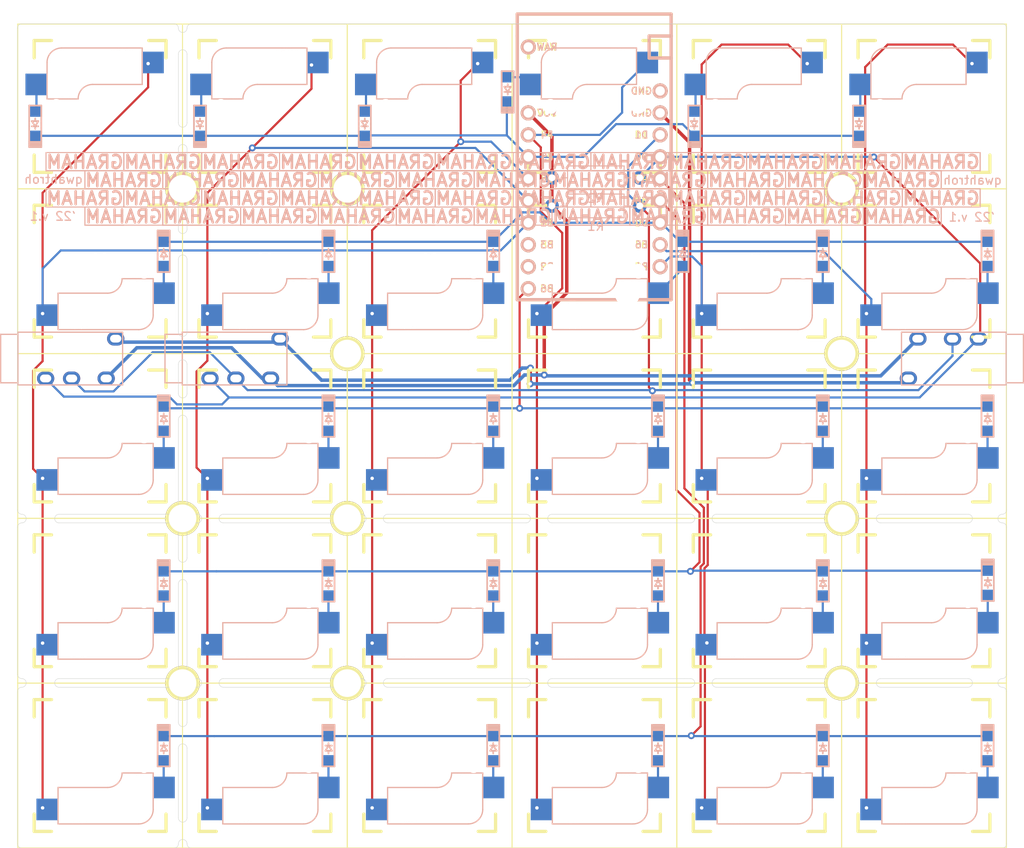
<source format=kicad_pcb>
(kicad_pcb (version 20171130) (host pcbnew "(5.1.10)-1")
  (layers (0 F.Cu signal) (31 B.Cu signal) (34 B.Paste user) (35 F.Paste user) (36 B.SilkS user) (37 F.SilkS user) (38 B.Mask user) (39 F.Mask user) (44 Edge.Cuts user))
  (net 0 "")
  (net 1 ROW1)
  (net 2 "Net-(D1-Pad2)")
  (net 3 "Net-(D2-Pad2)")
  (net 4 "Net-(D3-Pad2)")
  (net 5 "Net-(D4-Pad2)")
  (net 6 "Net-(D5-Pad2)")
  (net 7 "Net-(D6-Pad2)")
  (net 8 ROW2)
  (net 9 "Net-(D13-Pad2)")
  (net 10 "Net-(D14-Pad2)")
  (net 11 "Net-(D15-Pad2)")
  (net 12 "Net-(D16-Pad2)")
  (net 13 "Net-(D17-Pad2)")
  (net 14 "Net-(D18-Pad2)")
  (net 15 ROW3)
  (net 16 "Net-(D25-Pad2)")
  (net 17 "Net-(D26-Pad2)")
  (net 18 "Net-(D27-Pad2)")
  (net 19 "Net-(D28-Pad2)")
  (net 20 "Net-(D29-Pad2)")
  (net 21 "Net-(D30-Pad2)")
  (net 22 ROW4)
  (net 23 "Net-(D37-Pad2)")
  (net 24 "Net-(D38-Pad2)")
  (net 25 "Net-(D39-Pad2)")
  (net 26 "Net-(D40-Pad2)")
  (net 27 "Net-(D41-Pad2)")
  (net 28 "Net-(D42-Pad2)")
  (net 29 ROW5)
  (net 30 "Net-(D49-Pad2)")
  (net 31 "Net-(D50-Pad2)")
  (net 32 "Net-(D51-Pad2)")
  (net 33 "Net-(D52-Pad2)")
  (net 34 "Net-(D53-Pad2)")
  (net 35 "Net-(D54-Pad2)")
  (net 36 COL1)
  (net 37 COL2)
  (net 38 COL3)
  (net 39 COL4)
  (net 40 COL5)
  (net 41 COL6)
  (net 42 SDA)
  (net 43 VCC)
  (net 44 SCL)
  (net 45 GND)
  (module Keebio-Parts:D_SOD123F (layer B.Cu) (at 145.35 54.05 90)
    (fp_text reference D5 hide)
    (fp_text value D hide)
    (pad 1 smd rect (at -1.4 0 90) (size 1.2 1.2) (layers B.Cu B.Paste B.Mask) (net 1 ROW1))
    (pad 2 smd rect (at 1.4 0 90) (size 1.2 1.2) (layers B.Cu B.Paste B.Mask) (net 6 "Net-(D5-Pad2)"))
  )
  (module Keebio-Parts:D_SOD123F (layer B.Cu) (at 164.4 54.05 90)
    (fp_text reference D6 hide)
    (fp_text value D hide)
    (pad 1 smd rect (at -1.4 0 90) (size 1.2 1.2) (layers B.Cu B.Paste B.Mask) (net 1 ROW1))
    (pad 2 smd rect (at 1.4 0 90) (size 1.2 1.2) (layers B.Cu B.Paste B.Mask) (net 7 "Net-(D6-Pad2)"))
  )
  (module Keebio-Parts:D_SOD123F (layer B.Cu) (at 179.25 126.25 270)
    (fp_text reference D54 hide)
    (fp_text value D hide)
    (pad 1 smd rect (at -1.4 0 270) (size 1.2 1.2) (layers B.Cu B.Paste B.Mask) (net 29 ROW5))
    (pad 2 smd rect (at 1.4 0 270) (size 1.2 1.2) (layers B.Cu B.Paste B.Mask) (net 35 "Net-(D54-Pad2)"))
  )
  (module Keebio-Parts:D_SOD123F (layer B.Cu) (at 160.2 126.25 270)
    (fp_text reference D53 hide)
    (fp_text value D hide)
    (pad 1 smd rect (at -1.4 0 270) (size 1.2 1.2) (layers B.Cu B.Paste B.Mask) (net 29 ROW5))
    (pad 2 smd rect (at 1.4 0 270) (size 1.2 1.2) (layers B.Cu B.Paste B.Mask) (net 34 "Net-(D53-Pad2)"))
  )
  (module Keebio-Parts:D_SOD123F (layer B.Cu) (at 141.15 126.25 270)
    (fp_text reference D52 hide)
    (fp_text value D hide)
    (pad 1 smd rect (at -1.4 0 270) (size 1.2 1.2) (layers B.Cu B.Paste B.Mask) (net 29 ROW5))
    (pad 2 smd rect (at 1.4 0 270) (size 1.2 1.2) (layers B.Cu B.Paste B.Mask) (net 33 "Net-(D52-Pad2)"))
  )
  (module Keebio-Parts:D_SOD123F (layer B.Cu) (at 122.1 126.25 270)
    (fp_text reference D51 hide)
    (fp_text value D hide)
    (pad 1 smd rect (at -1.4 0 270) (size 1.2 1.2) (layers B.Cu B.Paste B.Mask) (net 29 ROW5))
    (pad 2 smd rect (at 1.4 0 270) (size 1.2 1.2) (layers B.Cu B.Paste B.Mask) (net 32 "Net-(D51-Pad2)"))
  )
  (module Keebio-Parts:D_SOD123F (layer B.Cu) (at 103.05 126.25 270)
    (fp_text reference D50 hide)
    (fp_text value D hide)
    (pad 1 smd rect (at -1.4 0 270) (size 1.2 1.2) (layers B.Cu B.Paste B.Mask) (net 29 ROW5))
    (pad 2 smd rect (at 1.4 0 270) (size 1.2 1.2) (layers B.Cu B.Paste B.Mask) (net 31 "Net-(D50-Pad2)"))
  )
  (module Keebio-Parts:D_SOD123F (layer B.Cu) (at 84 126.25 270)
    (fp_text reference D49 hide)
    (fp_text value D hide)
    (pad 1 smd rect (at -1.4 0 270) (size 1.2 1.2) (layers B.Cu B.Paste B.Mask) (net 29 ROW5))
    (pad 2 smd rect (at 1.4 0 270) (size 1.2 1.2) (layers B.Cu B.Paste B.Mask) (net 30 "Net-(D49-Pad2)"))
  )
  (module Keebio-Parts:D_SOD123F (layer B.Cu) (at 179.275 107.125 270)
    (fp_text reference D42 hide)
    (fp_text value D hide)
    (pad 1 smd rect (at -1.4 0 270) (size 1.2 1.2) (layers B.Cu B.Paste B.Mask) (net 22 ROW4))
    (pad 2 smd rect (at 1.4 0 270) (size 1.2 1.2) (layers B.Cu B.Paste B.Mask) (net 28 "Net-(D42-Pad2)"))
  )
  (module Keebio-Parts:D_SOD123F (layer B.Cu) (at 160.2 107.2 270)
    (fp_text reference D41 hide)
    (fp_text value D hide)
    (pad 1 smd rect (at -1.4 0 270) (size 1.2 1.2) (layers B.Cu B.Paste B.Mask) (net 22 ROW4))
    (pad 2 smd rect (at 1.4 0 270) (size 1.2 1.2) (layers B.Cu B.Paste B.Mask) (net 27 "Net-(D41-Pad2)"))
  )
  (module Keebio-Parts:D_SOD123F (layer B.Cu) (at 141.15 107.2 270)
    (fp_text reference D40 hide)
    (fp_text value D hide)
    (pad 1 smd rect (at -1.4 0 270) (size 1.2 1.2) (layers B.Cu B.Paste B.Mask) (net 22 ROW4))
    (pad 2 smd rect (at 1.4 0 270) (size 1.2 1.2) (layers B.Cu B.Paste B.Mask) (net 26 "Net-(D40-Pad2)"))
  )
  (module Keebio-Parts:D_SOD123F (layer B.Cu) (at 122.1 107.2 270)
    (fp_text reference D39 hide)
    (fp_text value D hide)
    (pad 1 smd rect (at -1.4 0 270) (size 1.2 1.2) (layers B.Cu B.Paste B.Mask) (net 22 ROW4))
    (pad 2 smd rect (at 1.4 0 270) (size 1.2 1.2) (layers B.Cu B.Paste B.Mask) (net 25 "Net-(D39-Pad2)"))
  )
  (module Keebio-Parts:D_SOD123F (layer B.Cu) (at 103.05 107.2 270)
    (fp_text reference D38 hide)
    (fp_text value D hide)
    (pad 1 smd rect (at -1.4 0 270) (size 1.2 1.2) (layers B.Cu B.Paste B.Mask) (net 22 ROW4))
    (pad 2 smd rect (at 1.4 0 270) (size 1.2 1.2) (layers B.Cu B.Paste B.Mask) (net 24 "Net-(D38-Pad2)"))
  )
  (module Keebio-Parts:D_SOD123F (layer B.Cu) (at 84 107.2 270)
    (fp_text reference D37 hide)
    (fp_text value D hide)
    (pad 1 smd rect (at -1.4 0 270) (size 1.2 1.2) (layers B.Cu B.Paste B.Mask) (net 22 ROW4))
    (pad 2 smd rect (at 1.4 0 270) (size 1.2 1.2) (layers B.Cu B.Paste B.Mask) (net 23 "Net-(D37-Pad2)"))
  )
  (module Keebio-Parts:D_SOD123F (layer B.Cu) (at 179.25 88.15 270)
    (fp_text reference D30 hide)
    (fp_text value D hide)
    (pad 1 smd rect (at -1.4 0 270) (size 1.2 1.2) (layers B.Cu B.Paste B.Mask) (net 15 ROW3))
    (pad 2 smd rect (at 1.4 0 270) (size 1.2 1.2) (layers B.Cu B.Paste B.Mask) (net 21 "Net-(D30-Pad2)"))
  )
  (module Keebio-Parts:D_SOD123F (layer B.Cu) (at 160.2 88.15 270)
    (fp_text reference D29 hide)
    (fp_text value D hide)
    (pad 1 smd rect (at -1.4 0 270) (size 1.2 1.2) (layers B.Cu B.Paste B.Mask) (net 15 ROW3))
    (pad 2 smd rect (at 1.4 0 270) (size 1.2 1.2) (layers B.Cu B.Paste B.Mask) (net 20 "Net-(D29-Pad2)"))
  )
  (module Keebio-Parts:D_SOD123F (layer B.Cu) (at 141.15 88.15 270)
    (fp_text reference D28 hide)
    (fp_text value D hide)
    (pad 1 smd rect (at -1.4 0 270) (size 1.2 1.2) (layers B.Cu B.Paste B.Mask) (net 15 ROW3))
    (pad 2 smd rect (at 1.4 0 270) (size 1.2 1.2) (layers B.Cu B.Paste B.Mask) (net 19 "Net-(D28-Pad2)"))
  )
  (module Keebio-Parts:D_SOD123F (layer B.Cu) (at 122.1 88.15 270)
    (fp_text reference D27 hide)
    (fp_text value D hide)
    (pad 1 smd rect (at -1.4 0 270) (size 1.2 1.2) (layers B.Cu B.Paste B.Mask) (net 15 ROW3))
    (pad 2 smd rect (at 1.4 0 270) (size 1.2 1.2) (layers B.Cu B.Paste B.Mask) (net 18 "Net-(D27-Pad2)"))
  )
  (module Keebio-Parts:D_SOD123F (layer B.Cu) (at 103.05 88.15 270)
    (fp_text reference D26 hide)
    (fp_text value D hide)
    (pad 1 smd rect (at -1.4 0 270) (size 1.2 1.2) (layers B.Cu B.Paste B.Mask) (net 15 ROW3))
    (pad 2 smd rect (at 1.4 0 270) (size 1.2 1.2) (layers B.Cu B.Paste B.Mask) (net 17 "Net-(D26-Pad2)"))
  )
  (module Keebio-Parts:D_SOD123F (layer B.Cu) (at 84 88.15 270)
    (fp_text reference D25 hide)
    (fp_text value D hide)
    (pad 1 smd rect (at -1.4 0 270) (size 1.2 1.2) (layers B.Cu B.Paste B.Mask) (net 15 ROW3))
    (pad 2 smd rect (at 1.4 0 270) (size 1.2 1.2) (layers B.Cu B.Paste B.Mask) (net 16 "Net-(D25-Pad2)"))
  )
  (module Keebio-Parts:D_SOD123F (layer B.Cu) (at 179.25 69.1 270)
    (fp_text reference D18 hide)
    (fp_text value D hide)
    (pad 1 smd rect (at -1.4 0 270) (size 1.2 1.2) (layers B.Cu B.Paste B.Mask) (net 8 ROW2))
    (pad 2 smd rect (at 1.4 0 270) (size 1.2 1.2) (layers B.Cu B.Paste B.Mask) (net 14 "Net-(D18-Pad2)"))
  )
  (module Keebio-Parts:D_SOD123F (layer B.Cu) (at 160.2 69.1 270)
    (fp_text reference D17 hide)
    (fp_text value D hide)
    (pad 1 smd rect (at -1.4 0 270) (size 1.2 1.2) (layers B.Cu B.Paste B.Mask) (net 8 ROW2))
    (pad 2 smd rect (at 1.4 0 270) (size 1.2 1.2) (layers B.Cu B.Paste B.Mask) (net 13 "Net-(D17-Pad2)"))
  )
  (module Keebio-Parts:D_SOD123F (layer B.Cu) (at 143.975 69.1 270)
    (fp_text reference D16 hide)
    (fp_text value D hide)
    (pad 1 smd rect (at -1.4 0 270) (size 1.2 1.2) (layers B.Cu B.Paste B.Mask) (net 8 ROW2))
    (pad 2 smd rect (at 1.4 0 270) (size 1.2 1.2) (layers B.Cu B.Paste B.Mask) (net 12 "Net-(D16-Pad2)"))
  )
  (module Keebio-Parts:D_SOD123F (layer B.Cu) (at 122.1 69.1 270)
    (fp_text reference D15 hide)
    (fp_text value D hide)
    (pad 1 smd rect (at -1.4 0 270) (size 1.2 1.2) (layers B.Cu B.Paste B.Mask) (net 8 ROW2))
    (pad 2 smd rect (at 1.4 0 270) (size 1.2 1.2) (layers B.Cu B.Paste B.Mask) (net 11 "Net-(D15-Pad2)"))
  )
  (module Keebio-Parts:D_SOD123F (layer B.Cu) (at 103.05 69.1 270)
    (fp_text reference D14 hide)
    (fp_text value D hide)
    (pad 1 smd rect (at -1.4 0 270) (size 1.2 1.2) (layers B.Cu B.Paste B.Mask) (net 8 ROW2))
    (pad 2 smd rect (at 1.4 0 270) (size 1.2 1.2) (layers B.Cu B.Paste B.Mask) (net 10 "Net-(D14-Pad2)"))
  )
  (module Keebio-Parts:D_SOD123F (layer B.Cu) (at 84 69.1 270)
    (fp_text reference D13 hide)
    (fp_text value D hide)
    (pad 1 smd rect (at -1.4 0 270) (size 1.2 1.2) (layers B.Cu B.Paste B.Mask) (net 8 ROW2))
    (pad 2 smd rect (at 1.4 0 270) (size 1.2 1.2) (layers B.Cu B.Paste B.Mask) (net 9 "Net-(D13-Pad2)"))
  )
  (module Keebio-Parts:D_SOD123F (layer B.Cu) (at 123.775 50.075 90)
    (fp_text reference D4 hide)
    (fp_text value D hide)
    (pad 1 smd rect (at -1.4 0 90) (size 1.2 1.2) (layers B.Cu B.Paste B.Mask) (net 1 ROW1))
    (pad 2 smd rect (at 1.4 0 90) (size 1.2 1.2) (layers B.Cu B.Paste B.Mask) (net 5 "Net-(D4-Pad2)"))
  )
  (module Keebio-Parts:D_SOD123F (layer B.Cu) (at 107.25 54.05 90)
    (fp_text reference D3 hide)
    (fp_text value D hide)
    (pad 1 smd rect (at -1.4 0 90) (size 1.2 1.2) (layers B.Cu B.Paste B.Mask) (net 1 ROW1))
    (pad 2 smd rect (at 1.4 0 90) (size 1.2 1.2) (layers B.Cu B.Paste B.Mask) (net 4 "Net-(D3-Pad2)"))
  )
  (module Keebio-Parts:D_SOD123F (layer B.Cu) (at 88.2 54.05 90)
    (fp_text reference D2 hide)
    (fp_text value D hide)
    (pad 1 smd rect (at -1.4 0 90) (size 1.2 1.2) (layers B.Cu B.Paste B.Mask) (net 1 ROW1))
    (pad 2 smd rect (at 1.4 0 90) (size 1.2 1.2) (layers B.Cu B.Paste B.Mask) (net 3 "Net-(D2-Pad2)"))
  )
  (module Keebio-Parts:D_SOD123F (layer B.Cu) (at 69.15 54.05 90)
    (fp_text reference D1 hide)
    (fp_text value D hide)
    (pad 1 smd rect (at -1.4 0 90) (size 1.2 1.2) (layers B.Cu B.Paste B.Mask) (net 1 ROW1))
    (pad 2 smd rect (at 1.4 0 90) (size 1.2 1.2) (layers B.Cu B.Paste B.Mask) (net 2 "Net-(D1-Pad2)"))
  )
  (module keyboard_parts:Kailh_MX_Socket (layer F.Cu) (at 76.65 71.1)
    (fp_text reference SW13 hide)
    (fp_text value SW_PUSH hide)
    (pad 1 smd rect (at 7.36 2.54) (size 2.55 2.5) (layers B.Cu B.Paste B.Mask) (net 9 "Net-(D13-Pad2)"))
    (pad "" np_thru_hole circle (at 0 0) (size 3.98018 3.98018) (drill 3.98018) (layers *.Cu *.Mask))
    (pad "" np_thru_hole circle (at -2.54 5.08) (size 2.95 2.95) (drill 2.95) (layers *.Cu *.Mask))
    (pad "" np_thru_hole circle (at 3.81 2.54) (size 2.95 2.95) (drill 2.95) (layers *.Cu *.Mask))
    (pad 2 smd rect (at -6.09 5.08) (size 2.55 2.5) (layers B.Cu B.Paste B.Mask) (net 36 COL1))
    (pad "" np_thru_hole circle (at -5.08 0) (size 1.7 1.7) (drill 1.7) (layers *.Cu *.Mask))
    (pad "" np_thru_hole circle (at 5.08 0) (size 1.7 1.7) (drill 1.7) (layers *.Cu *.Mask))
  )
  (module Keebio-Parts:TRRS-PJ-320A (layer B.Cu) (at 86.15 81.2 270)
    (fp_text reference U4)
    (fp_text value TRRS)
    (pad 3 thru_hole oval (at 2.3 -6.2 270) (size 1.6 2) (drill oval 0.9 1.3) (layers *.Cu *.Mask) (net 42 SDA))
    (pad "" np_thru_hole circle (at 0 -1.6 270) (size 0.8 0.8) (drill 0.8) (layers *.Cu *.Mask))
    (pad "" np_thru_hole circle (at 0 -8.6 270) (size 0.8 0.8) (drill 0.8) (layers *.Cu *.Mask))
    (pad 4 thru_hole oval (at 2.3 -3.2 270) (size 1.6 2) (drill oval 0.9 1.3) (layers *.Cu *.Mask) (net 44 SCL))
    (pad 2 thru_hole oval (at 2.3 -10.2 270) (size 1.6 2) (drill oval 0.9 1.3) (layers *.Cu *.Mask) (net 43 VCC))
    (pad 1 thru_hole oval (at -2.3 -11.3 270) (size 1.6 2) (drill oval 0.9 1.3) (layers *.Cu *.Mask) (net 45 GND))
  )
  (module keyboard_parts:HOLE_M3 (layer F.Cu) (at 86.175 61.575)
    (fp_text reference H11 hide)
    (fp_text value MountingHole hide)
    (pad 1 thru_hole circle (at 0 0) (size 4 4) (drill 3.2) (layers *.Cu *.Mask F.SilkS))
  )
  (module keyboard_parts:HOLE_M3 (layer F.Cu) (at 86.175 118.725)
    (fp_text reference H10 hide)
    (fp_text value MountingHole hide)
    (pad 1 thru_hole circle (at 0 0) (size 4 4) (drill 3.2) (layers *.Cu *.Mask F.SilkS))
  )
  (module keyboard_parts:HOLE_M3 (layer F.Cu) (at 105.225 61.575)
    (fp_text reference H9 hide)
    (fp_text value MountingHole hide)
    (pad 1 thru_hole circle (at 0 0) (size 4 4) (drill 3.2) (layers *.Cu *.Mask F.SilkS))
  )
  (module keyboard_parts:HOLE_M3 (layer F.Cu) (at 86.175 99.675)
    (fp_text reference H8 hide)
    (fp_text value MountingHole hide)
    (pad 1 thru_hole circle (at 0 0) (size 4 4) (drill 3.2) (layers *.Cu *.Mask F.SilkS))
  )
  (module keyboard_parts:HOLE_M3 (layer F.Cu) (at 162.375 118.725)
    (fp_text reference H7 hide)
    (fp_text value MountingHole hide)
    (pad 1 thru_hole circle (at 0 0) (size 4 4) (drill 3.2) (layers *.Cu *.Mask F.SilkS))
  )
  (module keyboard_parts:HOLE_M3 (layer F.Cu) (at 162.375 99.675)
    (fp_text reference H6 hide)
    (fp_text value MountingHole hide)
    (pad 1 thru_hole circle (at 0 0) (size 4 4) (drill 3.2) (layers *.Cu *.Mask F.SilkS))
  )
  (module keyboard_parts:HOLE_M3 (layer F.Cu) (at 105.225 118.725)
    (fp_text reference H5 hide)
    (fp_text value MountingHole hide)
    (pad 1 thru_hole circle (at 0 0) (size 4 4) (drill 3.2) (layers *.Cu *.Mask F.SilkS))
  )
  (module keyboard_parts:HOLE_M3 (layer F.Cu) (at 105.225 99.675)
    (fp_text reference H4 hide)
    (fp_text value MountingHole hide)
    (pad 1 thru_hole circle (at 0 0) (size 4 4) (drill 3.2) (layers *.Cu *.Mask F.SilkS))
  )
  (module keyboard_parts:HOLE_M3 (layer F.Cu) (at 162.375 61.575)
    (fp_text reference H3 hide)
    (fp_text value MountingHole hide)
    (pad 1 thru_hole circle (at 0 0) (size 4 4) (drill 3.2) (layers *.Cu *.Mask F.SilkS))
  )
  (module keyboard_parts:HOLE_M3 (layer F.Cu) (at 105.225 80.625)
    (fp_text reference H2 hide)
    (fp_text value MountingHole hide)
    (pad 1 thru_hole circle (at 0 0) (size 4 4) (drill 3.2) (layers *.Cu *.Mask F.SilkS))
  )
  (module keyboard_parts:HOLE_M3 (layer F.Cu) (at 162.375 80.625)
    (fp_text reference H1 hide)
    (fp_text value MountingHole hide)
    (pad 1 thru_hole circle (at 0 0) (size 4 4) (drill 3.2) (layers *.Cu *.Mask F.SilkS))
  )
  (module Keebio-Parts:TRRS-PJ-320A (layer B.Cu) (at 67.15 81.2 270)
    (fp_text reference U2)
    (fp_text value TRRS)
    (pad 3 thru_hole oval (at 2.3 -6.2 270) (size 1.6 2) (drill oval 0.9 1.3) (layers *.Cu *.Mask) (net 42 SDA))
    (pad "" np_thru_hole circle (at 0 -1.6 270) (size 0.8 0.8) (drill 0.8) (layers *.Cu *.Mask))
    (pad "" np_thru_hole circle (at 0 -8.6 270) (size 0.8 0.8) (drill 0.8) (layers *.Cu *.Mask))
    (pad 4 thru_hole oval (at 2.3 -3.2 270) (size 1.6 2) (drill oval 0.9 1.3) (layers *.Cu *.Mask) (net 44 SCL))
    (pad 2 thru_hole oval (at 2.3 -10.2 270) (size 1.6 2) (drill oval 0.9 1.3) (layers *.Cu *.Mask) (net 43 VCC))
    (pad 1 thru_hole oval (at -2.3 -11.3 270) (size 1.6 2) (drill oval 0.9 1.3) (layers *.Cu *.Mask) (net 45 GND))
  )
  (module keyboard_parts:Kailh_MX_Socket (layer F.Cu) (at 152.85 52.05 180)
    (fp_text reference SW5 hide)
    (fp_text value SW_PUSH hide)
    (pad 1 smd rect (at 7.36 2.54 180) (size 2.55 2.5) (layers B.Cu B.Paste B.Mask) (net 6 "Net-(D5-Pad2)"))
    (pad "" np_thru_hole circle (at 0 0 180) (size 3.98018 3.98018) (drill 3.98018) (layers *.Cu *.Mask))
    (pad "" np_thru_hole circle (at -2.54 5.08 180) (size 2.95 2.95) (drill 2.95) (layers *.Cu *.Mask))
    (pad "" np_thru_hole circle (at 3.81 2.54 180) (size 2.95 2.95) (drill 2.95) (layers *.Cu *.Mask))
    (pad 2 smd rect (at -6.09 5.08 180) (size 2.55 2.5) (layers B.Cu B.Paste B.Mask) (net 40 COL5))
    (pad "" np_thru_hole circle (at -5.08 0 180) (size 1.7 1.7) (drill 1.7) (layers *.Cu *.Mask))
    (pad "" np_thru_hole circle (at 5.08 0 180) (size 1.7 1.7) (drill 1.7) (layers *.Cu *.Mask))
  )
  (module keyboard_parts:Kailh_MX_Socket (layer F.Cu) (at 171.9 52.05 180)
    (fp_text reference SW6 hide)
    (fp_text value SW_PUSH hide)
    (pad "" np_thru_hole circle (at 5.08 0 180) (size 1.7 1.7) (drill 1.7) (layers *.Cu *.Mask))
    (pad "" np_thru_hole circle (at -5.08 0 180) (size 1.7 1.7) (drill 1.7) (layers *.Cu *.Mask))
    (pad 2 smd rect (at -6.09 5.08 180) (size 2.55 2.5) (layers B.Cu B.Paste B.Mask) (net 41 COL6))
    (pad "" np_thru_hole circle (at 3.81 2.54 180) (size 2.95 2.95) (drill 2.95) (layers *.Cu *.Mask))
    (pad "" np_thru_hole circle (at -2.54 5.08 180) (size 2.95 2.95) (drill 2.95) (layers *.Cu *.Mask))
    (pad "" np_thru_hole circle (at 0 0 180) (size 3.98018 3.98018) (drill 3.98018) (layers *.Cu *.Mask))
    (pad 1 smd rect (at 7.36 2.54 180) (size 2.55 2.5) (layers B.Cu B.Paste B.Mask) (net 7 "Net-(D6-Pad2)"))
  )
  (module Keebio-Parts:ArduinoProMicro_hotswap_socket_clear (layer B.Cu) (at 133.775 59.15 270)
    (fp_text reference U1 hide)
    (fp_text value ProMicro_hotswap_socket_clearing hide)
    (fp_text user D0 (at -1.27 -5.461 180) (layer F.SilkS) (effects (font (size 0.8 0.8))))
    (fp_text user D1 (at -3.81 -5.461 180) (layer F.SilkS) (effects (font (size 0.8 0.8))))
    (fp_text user GND (at -6.35 -5.461 180) (layer F.SilkS) (effects (font (size 0.8 0.8))))
    (fp_text user GND (at -8.89 -5.461 180) (layer F.SilkS) (effects (font (size 0.8 0.8))))
    (fp_text user D4 (at 1.27 -5.461 180) (layer F.SilkS) (effects (font (size 0.8 0.8))))
    (fp_text user C6 (at 3.81 -5.461 180) (layer F.SilkS) (effects (font (size 0.8 0.8))))
    (fp_text user D7 (at 6.35 -5.461 180) (layer F.SilkS) (effects (font (size 0.8 0.8))))
    (fp_text user E6 (at 8.89 -5.461 180) (layer F.SilkS) (effects (font (size 0.8 0.8))))
    (fp_text user B4 (at 11.43 -5.461 180) (layer F.SilkS) (effects (font (size 0.8 0.8))))
    (fp_text user B6 (at 13.97 5.461 180) (layer F.SilkS) (effects (font (size 0.8 0.8))))
    (fp_text user B2 (at 11.43 5.461 180) (layer B.SilkS) (effects (font (size 0.8 0.8)) (justify mirror)))
    (fp_text user B3 (at 8.89 5.461 180) (layer F.SilkS) (effects (font (size 0.8 0.8))))
    (fp_text user B1 (at 6.35 5.461 180) (layer F.SilkS) (effects (font (size 0.8 0.8))))
    (fp_text user F7 (at 3.81 5.461 180) (layer B.SilkS) (effects (font (size 0.8 0.8)) (justify mirror)))
    (fp_text user F6 (at 1.27 5.461 180) (layer B.SilkS) (effects (font (size 0.8 0.8)) (justify mirror)))
    (fp_text user F5 (at -1.27 5.461 180) (layer B.SilkS) (effects (font (size 0.8 0.8)) (justify mirror)))
    (fp_text user F4 (at -3.81 5.461 180) (layer F.SilkS) (effects (font (size 0.8 0.8))))
    (fp_text user VCC (at -6.35 5.461 180) (layer F.SilkS) (effects (font (size 0.8 0.8))))
    (fp_text user RAW (at -13.97 5.461 180) (layer F.SilkS) (effects (font (size 0.8 0.8))))
    (fp_text user RAW (at -13.97 5.461 180) (layer B.SilkS) (effects (font (size 0.8 0.8)) (justify mirror)))
    (fp_text user VCC (at -6.35 5.461 180) (layer B.SilkS) (effects (font (size 0.8 0.8)) (justify mirror)))
    (fp_text user F4 (at -3.81 5.461 180) (layer B.SilkS) (effects (font (size 0.8 0.8)) (justify mirror)))
    (fp_text user F5 (at -1.27 5.461 180) (layer F.SilkS) (effects (font (size 0.8 0.8))))
    (fp_text user F6 (at 1.27 5.461 180) (layer F.SilkS) (effects (font (size 0.8 0.8))))
    (fp_text user F7 (at 3.81 5.461 180) (layer F.SilkS) (effects (font (size 0.8 0.8))))
    (fp_text user B1 (at 6.35 5.461 180) (layer B.SilkS) (effects (font (size 0.8 0.8)) (justify mirror)))
    (fp_text user B3 (at 8.89 5.461 180) (layer B.SilkS) (effects (font (size 0.8 0.8)) (justify mirror)))
    (fp_text user B2 (at 11.43 5.461 180) (layer F.SilkS) (effects (font (size 0.8 0.8))))
    (fp_text user B6 (at 13.97 5.461 180) (layer B.SilkS) (effects (font (size 0.8 0.8)) (justify mirror)))
    (fp_text user B4 (at 11.43 -5.461 180) (layer B.SilkS) (effects (font (size 0.8 0.8)) (justify mirror)))
    (fp_text user E6 (at 8.89 -5.461 180) (layer B.SilkS) (effects (font (size 0.8 0.8)) (justify mirror)))
    (fp_text user D7 (at 6.35 -5.461 180) (layer B.SilkS) (effects (font (size 0.8 0.8)) (justify mirror)))
    (fp_text user C6 (at 3.81 -5.461 180) (layer B.SilkS) (effects (font (size 0.8 0.8)) (justify mirror)))
    (fp_text user D4 (at 1.27 -5.461 180) (layer B.SilkS) (effects (font (size 0.8 0.8)) (justify mirror)))
    (fp_text user GND (at -8.89 -5.461 180) (layer B.SilkS) (effects (font (size 0.8 0.8)) (justify mirror)))
    (fp_text user GND (at -6.35 -5.461 180) (layer B.SilkS) (effects (font (size 0.8 0.8)) (justify mirror)))
    (fp_text user D1 (at -3.81 -5.461 180) (layer B.SilkS) (effects (font (size 0.8 0.8)) (justify mirror)))
    (fp_text user D0 (at -1.27 -5.461 180) (layer B.SilkS) (effects (font (size 0.8 0.8)) (justify mirror)))
    (pad 3 thru_hole circle (at -8.89 -7.62 270) (size 1.7526 1.7526) (drill 1.0922) (layers *.Cu *.SilkS *.Mask))
    (pad 4 thru_hole circle (at -6.35 -7.62 270) (size 1.7526 1.7526) (drill 1.0922) (layers *.Cu *.SilkS *.Mask) (net 45 GND))
    (pad 5 thru_hole circle (at -3.81 -7.62 270) (size 1.7526 1.7526) (drill 1.0922) (layers *.Cu *.SilkS *.Mask) (net 42 SDA))
    (pad 6 thru_hole circle (at -1.27 -7.62 270) (size 1.7526 1.7526) (drill 1.0922) (layers *.Cu *.SilkS *.Mask) (net 44 SCL))
    (pad 7 thru_hole circle (at 1.27 -7.62 270) (size 1.7526 1.7526) (drill 1.0922) (layers *.Cu *.SilkS *.Mask) (net 29 ROW5))
    (pad 8 thru_hole circle (at 3.81 -7.62 270) (size 1.7526 1.7526) (drill 1.0922) (layers *.Cu *.SilkS *.Mask) (net 22 ROW4))
    (pad 9 thru_hole circle (at 6.35 -7.62 270) (size 1.7526 1.7526) (drill 1.0922) (layers *.Cu *.SilkS *.Mask) (net 8 ROW2))
    (pad 10 thru_hole circle (at 8.89 -7.62 270) (size 1.7526 1.7526) (drill 1.0922) (layers *.Cu *.SilkS *.Mask) (net 41 COL6))
    (pad 11 thru_hole circle (at 11.43 -7.62 270) (size 1.7526 1.7526) (drill 1.0922) (layers *.Cu *.SilkS *.Mask) (net 40 COL5))
    (pad 13 thru_hole circle (at 13.97 7.62 270) (size 1.7526 1.7526) (drill 1.0922) (layers *.Cu *.SilkS *.Mask) (net 15 ROW3))
    (pad 14 thru_hole circle (at 11.43 7.62 270) (size 1.7526 1.7526) (drill 1.0922) (layers *.Cu *.SilkS *.Mask))
    (pad 15 thru_hole circle (at 8.89 7.62 270) (size 1.7526 1.7526) (drill 1.0922) (layers *.Cu *.SilkS *.Mask))
    (pad 16 thru_hole circle (at 6.35 7.62 270) (size 1.7526 1.7526) (drill 1.0922) (layers *.Cu *.SilkS *.Mask) (net 36 COL1))
    (pad 17 thru_hole circle (at 3.81 7.62 270) (size 1.7526 1.7526) (drill 1.0922) (layers *.Cu *.SilkS *.Mask) (net 37 COL2))
    (pad 18 thru_hole circle (at 1.27 7.62 270) (size 1.7526 1.7526) (drill 1.0922) (layers *.Cu *.SilkS *.Mask) (net 38 COL3))
    (pad 19 thru_hole circle (at -1.27 7.62 270) (size 1.7526 1.7526) (drill 1.0922) (layers *.Cu *.SilkS *.Mask) (net 1 ROW1))
    (pad 20 thru_hole circle (at -3.81 7.62 270) (size 1.7526 1.7526) (drill 1.0922) (layers *.Cu *.SilkS *.Mask) (net 39 COL4))
    (pad 21 thru_hole circle (at -6.35 7.62 270) (size 1.7526 1.7526) (drill 1.0922) (layers *.Cu *.SilkS *.Mask) (net 43 VCC))
    (pad 24 thru_hole circle (at -13.97 7.62 270) (size 1.7526 1.7526) (drill 1.0922) (layers *.Cu *.SilkS *.Mask))
  )
  (module Resistor_THT:R_Axial_DIN0207_L6.3mm_D2.5mm_P10.16mm_Horizontal (layer B.Cu) (at 128.885 60.3)
    (fp_text reference R2 (at 5.08 2.37) (layer B.SilkS) (effects (justify mirror)))
    (fp_text value R)
    (pad 2 thru_hole oval (at 10.16 0) (size 1.6 1.6) (drill 0.8) (layers *.Cu *.Mask) (net 44 SCL))
    (pad 1 thru_hole circle (at 0 0) (size 1.6 1.6) (drill 0.8) (layers *.Cu *.Mask) (net 43 VCC))
  )
  (module Resistor_THT:R_Axial_DIN0207_L6.3mm_D2.5mm_P10.16mm_Horizontal (layer B.Cu) (at 128.875 63.55)
    (fp_text reference R1 (at 5.08 2.37) (layer B.SilkS) (effects (justify mirror)))
    (fp_text value R)
    (pad 2 thru_hole oval (at 10.16 0) (size 1.6 1.6) (drill 0.8) (layers *.Cu *.Mask) (net 42 SDA))
    (pad 1 thru_hole circle (at 0 0) (size 1.6 1.6) (drill 0.8) (layers *.Cu *.Mask) (net 43 VCC))
  )
  (module Keebio-Parts:TRRS-PJ-320A (layer B.Cu) (at 181.4 81.2 90)
    (fp_text reference U3)
    (fp_text value TRRS)
    (pad 3 thru_hole oval (at 2.3 -6.2 90) (size 1.6 2) (drill oval 0.9 1.3) (layers *.Cu *.Mask) (net 42 SDA))
    (pad "" np_thru_hole circle (at 0 -1.6 90) (size 0.8 0.8) (drill 0.8) (layers *.Cu *.Mask))
    (pad "" np_thru_hole circle (at 0 -8.6 90) (size 0.8 0.8) (drill 0.8) (layers *.Cu *.Mask))
    (pad 4 thru_hole oval (at 2.3 -3.2 90) (size 1.6 2) (drill oval 0.9 1.3) (layers *.Cu *.Mask) (net 44 SCL))
    (pad 2 thru_hole oval (at 2.3 -10.2 90) (size 1.6 2) (drill oval 0.9 1.3) (layers *.Cu *.Mask) (net 43 VCC))
    (pad 1 thru_hole oval (at -2.3 -11.3 90) (size 1.6 2) (drill oval 0.9 1.3) (layers *.Cu *.Mask) (net 45 GND))
  )
  (module keyboard_parts:Kailh_MX_Socket (layer F.Cu) (at 171.9 109.2)
    (fp_text reference SW42 hide)
    (fp_text value SW_PUSH hide)
    (pad 1 smd rect (at 7.36 2.54) (size 2.55 2.5) (layers B.Cu B.Paste B.Mask) (net 28 "Net-(D42-Pad2)"))
    (pad "" np_thru_hole circle (at 0 0) (size 3.98018 3.98018) (drill 3.98018) (layers *.Cu *.Mask))
    (pad "" np_thru_hole circle (at -2.54 5.08) (size 2.95 2.95) (drill 2.95) (layers *.Cu *.Mask))
    (pad "" np_thru_hole circle (at 3.81 2.54) (size 2.95 2.95) (drill 2.95) (layers *.Cu *.Mask))
    (pad 2 smd rect (at -6.09 5.08) (size 2.55 2.5) (layers B.Cu B.Paste B.Mask) (net 41 COL6))
    (pad "" np_thru_hole circle (at -5.08 0) (size 1.7 1.7) (drill 1.7) (layers *.Cu *.Mask))
    (pad "" np_thru_hole circle (at 5.08 0) (size 1.7 1.7) (drill 1.7) (layers *.Cu *.Mask))
  )
  (module keyboard_parts:Kailh_MX_Socket (layer F.Cu) (at 76.65 109.2)
    (fp_text reference SW37 hide)
    (fp_text value SW_PUSH hide)
    (pad 1 smd rect (at 7.36 2.54) (size 2.55 2.5) (layers B.Cu B.Paste B.Mask) (net 23 "Net-(D37-Pad2)"))
    (pad "" np_thru_hole circle (at 0 0) (size 3.98018 3.98018) (drill 3.98018) (layers *.Cu *.Mask))
    (pad "" np_thru_hole circle (at -2.54 5.08) (size 2.95 2.95) (drill 2.95) (layers *.Cu *.Mask))
    (pad "" np_thru_hole circle (at 3.81 2.54) (size 2.95 2.95) (drill 2.95) (layers *.Cu *.Mask))
    (pad 2 smd rect (at -6.09 5.08) (size 2.55 2.5) (layers B.Cu B.Paste B.Mask) (net 36 COL1))
    (pad "" np_thru_hole circle (at -5.08 0) (size 1.7 1.7) (drill 1.7) (layers *.Cu *.Mask))
    (pad "" np_thru_hole circle (at 5.08 0) (size 1.7 1.7) (drill 1.7) (layers *.Cu *.Mask))
  )
  (module keyboard_parts:Kailh_MX_Socket (layer F.Cu) (at 171.9 128.25)
    (fp_text reference SW54 hide)
    (fp_text value SW_PUSH hide)
    (pad 1 smd rect (at 7.36 2.54) (size 2.55 2.5) (layers B.Cu B.Paste B.Mask) (net 35 "Net-(D54-Pad2)"))
    (pad "" np_thru_hole circle (at 0 0) (size 3.98018 3.98018) (drill 3.98018) (layers *.Cu *.Mask))
    (pad "" np_thru_hole circle (at -2.54 5.08) (size 2.95 2.95) (drill 2.95) (layers *.Cu *.Mask))
    (pad "" np_thru_hole circle (at 3.81 2.54) (size 2.95 2.95) (drill 2.95) (layers *.Cu *.Mask))
    (pad 2 smd rect (at -6.09 5.08) (size 2.55 2.5) (layers B.Cu B.Paste B.Mask) (net 41 COL6))
    (pad "" np_thru_hole circle (at -5.08 0) (size 1.7 1.7) (drill 1.7) (layers *.Cu *.Mask))
    (pad "" np_thru_hole circle (at 5.08 0) (size 1.7 1.7) (drill 1.7) (layers *.Cu *.Mask))
  )
  (module keyboard_parts:Kailh_MX_Socket (layer F.Cu) (at 152.85 128.25)
    (fp_text reference SW53 hide)
    (fp_text value SW_PUSH hide)
    (pad 1 smd rect (at 7.36 2.54) (size 2.55 2.5) (layers B.Cu B.Paste B.Mask) (net 34 "Net-(D53-Pad2)"))
    (pad "" np_thru_hole circle (at 0 0) (size 3.98018 3.98018) (drill 3.98018) (layers *.Cu *.Mask))
    (pad "" np_thru_hole circle (at -2.54 5.08) (size 2.95 2.95) (drill 2.95) (layers *.Cu *.Mask))
    (pad "" np_thru_hole circle (at 3.81 2.54) (size 2.95 2.95) (drill 2.95) (layers *.Cu *.Mask))
    (pad 2 smd rect (at -6.09 5.08) (size 2.55 2.5) (layers B.Cu B.Paste B.Mask) (net 40 COL5))
    (pad "" np_thru_hole circle (at -5.08 0) (size 1.7 1.7) (drill 1.7) (layers *.Cu *.Mask))
    (pad "" np_thru_hole circle (at 5.08 0) (size 1.7 1.7) (drill 1.7) (layers *.Cu *.Mask))
  )
  (module keyboard_parts:Kailh_MX_Socket (layer F.Cu) (at 133.8 128.25)
    (fp_text reference SW52 hide)
    (fp_text value SW_PUSH hide)
    (pad 1 smd rect (at 7.36 2.54) (size 2.55 2.5) (layers B.Cu B.Paste B.Mask) (net 33 "Net-(D52-Pad2)"))
    (pad "" np_thru_hole circle (at 0 0) (size 3.98018 3.98018) (drill 3.98018) (layers *.Cu *.Mask))
    (pad "" np_thru_hole circle (at -2.54 5.08) (size 2.95 2.95) (drill 2.95) (layers *.Cu *.Mask))
    (pad "" np_thru_hole circle (at 3.81 2.54) (size 2.95 2.95) (drill 2.95) (layers *.Cu *.Mask))
    (pad 2 smd rect (at -6.09 5.08) (size 2.55 2.5) (layers B.Cu B.Paste B.Mask) (net 39 COL4))
    (pad "" np_thru_hole circle (at -5.08 0) (size 1.7 1.7) (drill 1.7) (layers *.Cu *.Mask))
    (pad "" np_thru_hole circle (at 5.08 0) (size 1.7 1.7) (drill 1.7) (layers *.Cu *.Mask))
  )
  (module keyboard_parts:Kailh_MX_Socket (layer F.Cu) (at 114.75 128.25)
    (fp_text reference SW51 hide)
    (fp_text value SW_PUSH hide)
    (pad 1 smd rect (at 7.36 2.54) (size 2.55 2.5) (layers B.Cu B.Paste B.Mask) (net 32 "Net-(D51-Pad2)"))
    (pad "" np_thru_hole circle (at 0 0) (size 3.98018 3.98018) (drill 3.98018) (layers *.Cu *.Mask))
    (pad "" np_thru_hole circle (at -2.54 5.08) (size 2.95 2.95) (drill 2.95) (layers *.Cu *.Mask))
    (pad "" np_thru_hole circle (at 3.81 2.54) (size 2.95 2.95) (drill 2.95) (layers *.Cu *.Mask))
    (pad 2 smd rect (at -6.09 5.08) (size 2.55 2.5) (layers B.Cu B.Paste B.Mask) (net 38 COL3))
    (pad "" np_thru_hole circle (at -5.08 0) (size 1.7 1.7) (drill 1.7) (layers *.Cu *.Mask))
    (pad "" np_thru_hole circle (at 5.08 0) (size 1.7 1.7) (drill 1.7) (layers *.Cu *.Mask))
  )
  (module keyboard_parts:Kailh_MX_Socket (layer F.Cu) (at 95.7 128.25)
    (fp_text reference SW50 hide)
    (fp_text value SW_PUSH hide)
    (pad 1 smd rect (at 7.36 2.54) (size 2.55 2.5) (layers B.Cu B.Paste B.Mask) (net 31 "Net-(D50-Pad2)"))
    (pad "" np_thru_hole circle (at 0 0) (size 3.98018 3.98018) (drill 3.98018) (layers *.Cu *.Mask))
    (pad "" np_thru_hole circle (at -2.54 5.08) (size 2.95 2.95) (drill 2.95) (layers *.Cu *.Mask))
    (pad "" np_thru_hole circle (at 3.81 2.54) (size 2.95 2.95) (drill 2.95) (layers *.Cu *.Mask))
    (pad 2 smd rect (at -6.09 5.08) (size 2.55 2.5) (layers B.Cu B.Paste B.Mask) (net 37 COL2))
    (pad "" np_thru_hole circle (at -5.08 0) (size 1.7 1.7) (drill 1.7) (layers *.Cu *.Mask))
    (pad "" np_thru_hole circle (at 5.08 0) (size 1.7 1.7) (drill 1.7) (layers *.Cu *.Mask))
  )
  (module keyboard_parts:Kailh_MX_Socket (layer F.Cu) (at 76.65 128.25)
    (fp_text reference SW49 hide)
    (fp_text value SW_PUSH hide)
    (pad 1 smd rect (at 7.36 2.54) (size 2.55 2.5) (layers B.Cu B.Paste B.Mask) (net 30 "Net-(D49-Pad2)"))
    (pad "" np_thru_hole circle (at 0 0) (size 3.98018 3.98018) (drill 3.98018) (layers *.Cu *.Mask))
    (pad "" np_thru_hole circle (at -2.54 5.08) (size 2.95 2.95) (drill 2.95) (layers *.Cu *.Mask))
    (pad "" np_thru_hole circle (at 3.81 2.54) (size 2.95 2.95) (drill 2.95) (layers *.Cu *.Mask))
    (pad 2 smd rect (at -6.09 5.08) (size 2.55 2.5) (layers B.Cu B.Paste B.Mask) (net 36 COL1))
    (pad "" np_thru_hole circle (at -5.08 0) (size 1.7 1.7) (drill 1.7) (layers *.Cu *.Mask))
    (pad "" np_thru_hole circle (at 5.08 0) (size 1.7 1.7) (drill 1.7) (layers *.Cu *.Mask))
  )
  (module keyboard_parts:Kailh_MX_Socket (layer F.Cu) (at 152.85 109.2)
    (fp_text reference SW41 hide)
    (fp_text value SW_PUSH hide)
    (pad 1 smd rect (at 7.36 2.54) (size 2.55 2.5) (layers B.Cu B.Paste B.Mask) (net 27 "Net-(D41-Pad2)"))
    (pad "" np_thru_hole circle (at 0 0) (size 3.98018 3.98018) (drill 3.98018) (layers *.Cu *.Mask))
    (pad "" np_thru_hole circle (at -2.54 5.08) (size 2.95 2.95) (drill 2.95) (layers *.Cu *.Mask))
    (pad "" np_thru_hole circle (at 3.81 2.54) (size 2.95 2.95) (drill 2.95) (layers *.Cu *.Mask))
    (pad 2 smd rect (at -6.09 5.08) (size 2.55 2.5) (layers B.Cu B.Paste B.Mask) (net 40 COL5))
    (pad "" np_thru_hole circle (at -5.08 0) (size 1.7 1.7) (drill 1.7) (layers *.Cu *.Mask))
    (pad "" np_thru_hole circle (at 5.08 0) (size 1.7 1.7) (drill 1.7) (layers *.Cu *.Mask))
  )
  (module keyboard_parts:Kailh_MX_Socket (layer F.Cu) (at 133.8 109.2)
    (fp_text reference SW40 hide)
    (fp_text value SW_PUSH hide)
    (pad 1 smd rect (at 7.36 2.54) (size 2.55 2.5) (layers B.Cu B.Paste B.Mask) (net 26 "Net-(D40-Pad2)"))
    (pad "" np_thru_hole circle (at 0 0) (size 3.98018 3.98018) (drill 3.98018) (layers *.Cu *.Mask))
    (pad "" np_thru_hole circle (at -2.54 5.08) (size 2.95 2.95) (drill 2.95) (layers *.Cu *.Mask))
    (pad "" np_thru_hole circle (at 3.81 2.54) (size 2.95 2.95) (drill 2.95) (layers *.Cu *.Mask))
    (pad 2 smd rect (at -6.09 5.08) (size 2.55 2.5) (layers B.Cu B.Paste B.Mask) (net 39 COL4))
    (pad "" np_thru_hole circle (at -5.08 0) (size 1.7 1.7) (drill 1.7) (layers *.Cu *.Mask))
    (pad "" np_thru_hole circle (at 5.08 0) (size 1.7 1.7) (drill 1.7) (layers *.Cu *.Mask))
  )
  (module keyboard_parts:Kailh_MX_Socket (layer F.Cu) (at 114.75 109.2)
    (fp_text reference SW39 hide)
    (fp_text value SW_PUSH hide)
    (pad 1 smd rect (at 7.36 2.54) (size 2.55 2.5) (layers B.Cu B.Paste B.Mask) (net 25 "Net-(D39-Pad2)"))
    (pad "" np_thru_hole circle (at 0 0) (size 3.98018 3.98018) (drill 3.98018) (layers *.Cu *.Mask))
    (pad "" np_thru_hole circle (at -2.54 5.08) (size 2.95 2.95) (drill 2.95) (layers *.Cu *.Mask))
    (pad "" np_thru_hole circle (at 3.81 2.54) (size 2.95 2.95) (drill 2.95) (layers *.Cu *.Mask))
    (pad 2 smd rect (at -6.09 5.08) (size 2.55 2.5) (layers B.Cu B.Paste B.Mask) (net 38 COL3))
    (pad "" np_thru_hole circle (at -5.08 0) (size 1.7 1.7) (drill 1.7) (layers *.Cu *.Mask))
    (pad "" np_thru_hole circle (at 5.08 0) (size 1.7 1.7) (drill 1.7) (layers *.Cu *.Mask))
  )
  (module keyboard_parts:Kailh_MX_Socket (layer F.Cu) (at 95.7 109.2)
    (fp_text reference SW38 hide)
    (fp_text value SW_PUSH hide)
    (pad 1 smd rect (at 7.36 2.54) (size 2.55 2.5) (layers B.Cu B.Paste B.Mask) (net 24 "Net-(D38-Pad2)"))
    (pad "" np_thru_hole circle (at 0 0) (size 3.98018 3.98018) (drill 3.98018) (layers *.Cu *.Mask))
    (pad "" np_thru_hole circle (at -2.54 5.08) (size 2.95 2.95) (drill 2.95) (layers *.Cu *.Mask))
    (pad "" np_thru_hole circle (at 3.81 2.54) (size 2.95 2.95) (drill 2.95) (layers *.Cu *.Mask))
    (pad 2 smd rect (at -6.09 5.08) (size 2.55 2.5) (layers B.Cu B.Paste B.Mask) (net 37 COL2))
    (pad "" np_thru_hole circle (at -5.08 0) (size 1.7 1.7) (drill 1.7) (layers *.Cu *.Mask))
    (pad "" np_thru_hole circle (at 5.08 0) (size 1.7 1.7) (drill 1.7) (layers *.Cu *.Mask))
  )
  (module keyboard_parts:Kailh_MX_Socket (layer F.Cu) (at 171.9 90.15)
    (fp_text reference SW30 hide)
    (fp_text value SW_PUSH hide)
    (pad 1 smd rect (at 7.36 2.54) (size 2.55 2.5) (layers B.Cu B.Paste B.Mask) (net 21 "Net-(D30-Pad2)"))
    (pad "" np_thru_hole circle (at 0 0) (size 3.98018 3.98018) (drill 3.98018) (layers *.Cu *.Mask))
    (pad "" np_thru_hole circle (at -2.54 5.08) (size 2.95 2.95) (drill 2.95) (layers *.Cu *.Mask))
    (pad "" np_thru_hole circle (at 3.81 2.54) (size 2.95 2.95) (drill 2.95) (layers *.Cu *.Mask))
    (pad 2 smd rect (at -6.09 5.08) (size 2.55 2.5) (layers B.Cu B.Paste B.Mask) (net 41 COL6))
    (pad "" np_thru_hole circle (at -5.08 0) (size 1.7 1.7) (drill 1.7) (layers *.Cu *.Mask))
    (pad "" np_thru_hole circle (at 5.08 0) (size 1.7 1.7) (drill 1.7) (layers *.Cu *.Mask))
  )
  (module keyboard_parts:Kailh_MX_Socket (layer F.Cu) (at 152.85 90.15)
    (fp_text reference SW29 hide)
    (fp_text value SW_PUSH hide)
    (pad 1 smd rect (at 7.36 2.54) (size 2.55 2.5) (layers B.Cu B.Paste B.Mask) (net 20 "Net-(D29-Pad2)"))
    (pad "" np_thru_hole circle (at 0 0) (size 3.98018 3.98018) (drill 3.98018) (layers *.Cu *.Mask))
    (pad "" np_thru_hole circle (at -2.54 5.08) (size 2.95 2.95) (drill 2.95) (layers *.Cu *.Mask))
    (pad "" np_thru_hole circle (at 3.81 2.54) (size 2.95 2.95) (drill 2.95) (layers *.Cu *.Mask))
    (pad 2 smd rect (at -6.09 5.08) (size 2.55 2.5) (layers B.Cu B.Paste B.Mask) (net 40 COL5))
    (pad "" np_thru_hole circle (at -5.08 0) (size 1.7 1.7) (drill 1.7) (layers *.Cu *.Mask))
    (pad "" np_thru_hole circle (at 5.08 0) (size 1.7 1.7) (drill 1.7) (layers *.Cu *.Mask))
  )
  (module keyboard_parts:Kailh_MX_Socket (layer F.Cu) (at 133.8 90.15)
    (fp_text reference SW28 hide)
    (fp_text value SW_PUSH hide)
    (pad 1 smd rect (at 7.36 2.54) (size 2.55 2.5) (layers B.Cu B.Paste B.Mask) (net 19 "Net-(D28-Pad2)"))
    (pad "" np_thru_hole circle (at 0 0) (size 3.98018 3.98018) (drill 3.98018) (layers *.Cu *.Mask))
    (pad "" np_thru_hole circle (at -2.54 5.08) (size 2.95 2.95) (drill 2.95) (layers *.Cu *.Mask))
    (pad "" np_thru_hole circle (at 3.81 2.54) (size 2.95 2.95) (drill 2.95) (layers *.Cu *.Mask))
    (pad 2 smd rect (at -6.09 5.08) (size 2.55 2.5) (layers B.Cu B.Paste B.Mask) (net 39 COL4))
    (pad "" np_thru_hole circle (at -5.08 0) (size 1.7 1.7) (drill 1.7) (layers *.Cu *.Mask))
    (pad "" np_thru_hole circle (at 5.08 0) (size 1.7 1.7) (drill 1.7) (layers *.Cu *.Mask))
  )
  (module keyboard_parts:Kailh_MX_Socket (layer F.Cu) (at 114.75 90.15)
    (fp_text reference SW27 hide)
    (fp_text value SW_PUSH hide)
    (pad 1 smd rect (at 7.36 2.54) (size 2.55 2.5) (layers B.Cu B.Paste B.Mask) (net 18 "Net-(D27-Pad2)"))
    (pad "" np_thru_hole circle (at 0 0) (size 3.98018 3.98018) (drill 3.98018) (layers *.Cu *.Mask))
    (pad "" np_thru_hole circle (at -2.54 5.08) (size 2.95 2.95) (drill 2.95) (layers *.Cu *.Mask))
    (pad "" np_thru_hole circle (at 3.81 2.54) (size 2.95 2.95) (drill 2.95) (layers *.Cu *.Mask))
    (pad 2 smd rect (at -6.09 5.08) (size 2.55 2.5) (layers B.Cu B.Paste B.Mask) (net 38 COL3))
    (pad "" np_thru_hole circle (at -5.08 0) (size 1.7 1.7) (drill 1.7) (layers *.Cu *.Mask))
    (pad "" np_thru_hole circle (at 5.08 0) (size 1.7 1.7) (drill 1.7) (layers *.Cu *.Mask))
  )
  (module keyboard_parts:Kailh_MX_Socket (layer F.Cu) (at 95.7 90.15)
    (fp_text reference SW26 hide)
    (fp_text value SW_PUSH hide)
    (pad 1 smd rect (at 7.36 2.54) (size 2.55 2.5) (layers B.Cu B.Paste B.Mask) (net 17 "Net-(D26-Pad2)"))
    (pad "" np_thru_hole circle (at 0 0) (size 3.98018 3.98018) (drill 3.98018) (layers *.Cu *.Mask))
    (pad "" np_thru_hole circle (at -2.54 5.08) (size 2.95 2.95) (drill 2.95) (layers *.Cu *.Mask))
    (pad "" np_thru_hole circle (at 3.81 2.54) (size 2.95 2.95) (drill 2.95) (layers *.Cu *.Mask))
    (pad 2 smd rect (at -6.09 5.08) (size 2.55 2.5) (layers B.Cu B.Paste B.Mask) (net 37 COL2))
    (pad "" np_thru_hole circle (at -5.08 0) (size 1.7 1.7) (drill 1.7) (layers *.Cu *.Mask))
    (pad "" np_thru_hole circle (at 5.08 0) (size 1.7 1.7) (drill 1.7) (layers *.Cu *.Mask))
  )
  (module keyboard_parts:Kailh_MX_Socket (layer F.Cu) (at 76.65 90.15)
    (fp_text reference SW25 hide)
    (fp_text value SW_PUSH hide)
    (pad 1 smd rect (at 7.36 2.54) (size 2.55 2.5) (layers B.Cu B.Paste B.Mask) (net 16 "Net-(D25-Pad2)"))
    (pad "" np_thru_hole circle (at 0 0) (size 3.98018 3.98018) (drill 3.98018) (layers *.Cu *.Mask))
    (pad "" np_thru_hole circle (at -2.54 5.08) (size 2.95 2.95) (drill 2.95) (layers *.Cu *.Mask))
    (pad "" np_thru_hole circle (at 3.81 2.54) (size 2.95 2.95) (drill 2.95) (layers *.Cu *.Mask))
    (pad 2 smd rect (at -6.09 5.08) (size 2.55 2.5) (layers B.Cu B.Paste B.Mask) (net 36 COL1))
    (pad "" np_thru_hole circle (at -5.08 0) (size 1.7 1.7) (drill 1.7) (layers *.Cu *.Mask))
    (pad "" np_thru_hole circle (at 5.08 0) (size 1.7 1.7) (drill 1.7) (layers *.Cu *.Mask))
  )
  (module keyboard_parts:Kailh_MX_Socket (layer F.Cu) (at 171.9 71.1)
    (fp_text reference SW18 hide)
    (fp_text value SW_PUSH hide)
    (pad "" np_thru_hole circle (at 5.08 0) (size 1.7 1.7) (drill 1.7) (layers *.Cu *.Mask))
    (pad "" np_thru_hole circle (at -5.08 0) (size 1.7 1.7) (drill 1.7) (layers *.Cu *.Mask))
    (pad 2 smd rect (at -6.09 5.08) (size 2.55 2.5) (layers B.Cu B.Paste B.Mask) (net 41 COL6))
    (pad "" np_thru_hole circle (at 3.81 2.54) (size 2.95 2.95) (drill 2.95) (layers *.Cu *.Mask))
    (pad "" np_thru_hole circle (at -2.54 5.08) (size 2.95 2.95) (drill 2.95) (layers *.Cu *.Mask))
    (pad "" np_thru_hole circle (at 0 0) (size 3.98018 3.98018) (drill 3.98018) (layers *.Cu *.Mask))
    (pad 1 smd rect (at 7.36 2.54) (size 2.55 2.5) (layers B.Cu B.Paste B.Mask) (net 14 "Net-(D18-Pad2)"))
  )
  (module keyboard_parts:Kailh_MX_Socket (layer F.Cu) (at 152.85 71.1)
    (fp_text reference SW17 hide)
    (fp_text value SW_PUSH hide)
    (pad 1 smd rect (at 7.36 2.54) (size 2.55 2.5) (layers B.Cu B.Paste B.Mask) (net 13 "Net-(D17-Pad2)"))
    (pad "" np_thru_hole circle (at 0 0) (size 3.98018 3.98018) (drill 3.98018) (layers *.Cu *.Mask))
    (pad "" np_thru_hole circle (at -2.54 5.08) (size 2.95 2.95) (drill 2.95) (layers *.Cu *.Mask))
    (pad "" np_thru_hole circle (at 3.81 2.54) (size 2.95 2.95) (drill 2.95) (layers *.Cu *.Mask))
    (pad 2 smd rect (at -6.09 5.08) (size 2.55 2.5) (layers B.Cu B.Paste B.Mask) (net 40 COL5))
    (pad "" np_thru_hole circle (at -5.08 0) (size 1.7 1.7) (drill 1.7) (layers *.Cu *.Mask))
    (pad "" np_thru_hole circle (at 5.08 0) (size 1.7 1.7) (drill 1.7) (layers *.Cu *.Mask))
  )
  (module keyboard_parts:Kailh_MX_Socket (layer F.Cu) (at 133.8 71.1)
    (fp_text reference SW16 hide)
    (fp_text value SW_PUSH hide)
    (pad 1 smd rect (at 7.36 2.54) (size 2.55 2.5) (layers B.Cu B.Paste B.Mask) (net 12 "Net-(D16-Pad2)"))
    (pad "" np_thru_hole circle (at 0 0) (size 3.98018 3.98018) (drill 3.98018) (layers *.Cu *.Mask))
    (pad "" np_thru_hole circle (at -2.54 5.08) (size 2.95 2.95) (drill 2.95) (layers *.Cu *.Mask))
    (pad "" np_thru_hole circle (at 3.81 2.54) (size 2.95 2.95) (drill 2.95) (layers *.Cu *.Mask))
    (pad 2 smd rect (at -6.09 5.08) (size 2.55 2.5) (layers B.Cu B.Paste B.Mask) (net 39 COL4))
    (pad "" np_thru_hole circle (at -5.08 0) (size 1.7 1.7) (drill 1.7) (layers *.Cu *.Mask))
    (pad "" np_thru_hole circle (at 5.08 0) (size 1.7 1.7) (drill 1.7) (layers *.Cu *.Mask))
  )
  (module keyboard_parts:Kailh_MX_Socket (layer F.Cu) (at 114.75 71.1)
    (fp_text reference SW15 hide)
    (fp_text value SW_PUSH hide)
    (pad 1 smd rect (at 7.36 2.54) (size 2.55 2.5) (layers B.Cu B.Paste B.Mask) (net 11 "Net-(D15-Pad2)"))
    (pad "" np_thru_hole circle (at 0 0) (size 3.98018 3.98018) (drill 3.98018) (layers *.Cu *.Mask))
    (pad "" np_thru_hole circle (at -2.54 5.08) (size 2.95 2.95) (drill 2.95) (layers *.Cu *.Mask))
    (pad "" np_thru_hole circle (at 3.81 2.54) (size 2.95 2.95) (drill 2.95) (layers *.Cu *.Mask))
    (pad 2 smd rect (at -6.09 5.08) (size 2.55 2.5) (layers B.Cu B.Paste B.Mask) (net 38 COL3))
    (pad "" np_thru_hole circle (at -5.08 0) (size 1.7 1.7) (drill 1.7) (layers *.Cu *.Mask))
    (pad "" np_thru_hole circle (at 5.08 0) (size 1.7 1.7) (drill 1.7) (layers *.Cu *.Mask))
  )
  (module keyboard_parts:Kailh_MX_Socket (layer F.Cu) (at 95.7 71.1)
    (fp_text reference SW14 hide)
    (fp_text value SW_PUSH hide)
    (pad 1 smd rect (at 7.36 2.54) (size 2.55 2.5) (layers B.Cu B.Paste B.Mask) (net 10 "Net-(D14-Pad2)"))
    (pad "" np_thru_hole circle (at 0 0) (size 3.98018 3.98018) (drill 3.98018) (layers *.Cu *.Mask))
    (pad "" np_thru_hole circle (at -2.54 5.08) (size 2.95 2.95) (drill 2.95) (layers *.Cu *.Mask))
    (pad "" np_thru_hole circle (at 3.81 2.54) (size 2.95 2.95) (drill 2.95) (layers *.Cu *.Mask))
    (pad 2 smd rect (at -6.09 5.08) (size 2.55 2.5) (layers B.Cu B.Paste B.Mask) (net 37 COL2))
    (pad "" np_thru_hole circle (at -5.08 0) (size 1.7 1.7) (drill 1.7) (layers *.Cu *.Mask))
    (pad "" np_thru_hole circle (at 5.08 0) (size 1.7 1.7) (drill 1.7) (layers *.Cu *.Mask))
  )
  (module keyboard_parts:Kailh_MX_Socket (layer F.Cu) (at 133.8 52.05 180)
    (fp_text reference SW4 hide)
    (fp_text value SW_PUSH hide)
    (pad 1 smd rect (at 7.36 2.54 180) (size 2.55 2.5) (layers B.Cu B.Paste B.Mask) (net 5 "Net-(D4-Pad2)"))
    (pad "" np_thru_hole circle (at 0 0 180) (size 3.98018 3.98018) (drill 3.98018) (layers *.Cu *.Mask))
    (pad "" np_thru_hole circle (at -2.54 5.08 180) (size 2.95 2.95) (drill 2.95) (layers *.Cu *.Mask))
    (pad "" np_thru_hole circle (at 3.81 2.54 180) (size 2.95 2.95) (drill 2.95) (layers *.Cu *.Mask))
    (pad 2 smd rect (at -6.09 5.08 180) (size 2.55 2.5) (layers B.Cu B.Paste B.Mask) (net 39 COL4))
    (pad "" np_thru_hole circle (at -5.08 0 180) (size 1.7 1.7) (drill 1.7) (layers *.Cu *.Mask))
    (pad "" np_thru_hole circle (at 5.08 0 180) (size 1.7 1.7) (drill 1.7) (layers *.Cu *.Mask))
  )
  (module keyboard_parts:Kailh_MX_Socket (layer F.Cu) (at 114.75 52.05 180)
    (fp_text reference SW3 hide)
    (fp_text value SW_PUSH hide)
    (pad 1 smd rect (at 7.36 2.54 180) (size 2.55 2.5) (layers B.Cu B.Paste B.Mask) (net 4 "Net-(D3-Pad2)"))
    (pad "" np_thru_hole circle (at 0 0 180) (size 3.98018 3.98018) (drill 3.98018) (layers *.Cu *.Mask))
    (pad "" np_thru_hole circle (at -2.54 5.08 180) (size 2.95 2.95) (drill 2.95) (layers *.Cu *.Mask))
    (pad "" np_thru_hole circle (at 3.81 2.54 180) (size 2.95 2.95) (drill 2.95) (layers *.Cu *.Mask))
    (pad 2 smd rect (at -6.09 5.08 180) (size 2.55 2.5) (layers B.Cu B.Paste B.Mask) (net 38 COL3))
    (pad "" np_thru_hole circle (at -5.08 0 180) (size 1.7 1.7) (drill 1.7) (layers *.Cu *.Mask))
    (pad "" np_thru_hole circle (at 5.08 0 180) (size 1.7 1.7) (drill 1.7) (layers *.Cu *.Mask))
  )
  (module keyboard_parts:Kailh_MX_Socket (layer F.Cu) (at 95.7 52.05 180)
    (fp_text reference SW2 hide)
    (fp_text value SW_PUSH hide)
    (pad 1 smd rect (at 7.36 2.54 180) (size 2.55 2.5) (layers B.Cu B.Paste B.Mask) (net 3 "Net-(D2-Pad2)"))
    (pad "" np_thru_hole circle (at 0 0 180) (size 3.98018 3.98018) (drill 3.98018) (layers *.Cu *.Mask))
    (pad "" np_thru_hole circle (at -2.54 5.08 180) (size 2.95 2.95) (drill 2.95) (layers *.Cu *.Mask))
    (pad "" np_thru_hole circle (at 3.81 2.54 180) (size 2.95 2.95) (drill 2.95) (layers *.Cu *.Mask))
    (pad 2 smd rect (at -6.09 5.08 180) (size 2.55 2.5) (layers B.Cu B.Paste B.Mask) (net 37 COL2))
    (pad "" np_thru_hole circle (at -5.08 0 180) (size 1.7 1.7) (drill 1.7) (layers *.Cu *.Mask))
    (pad "" np_thru_hole circle (at 5.08 0 180) (size 1.7 1.7) (drill 1.7) (layers *.Cu *.Mask))
  )
  (module keyboard_parts:Kailh_MX_Socket (layer F.Cu) (at 76.65 52.05 180)
    (fp_text reference SW1 hide)
    (fp_text value SW_PUSH hide)
    (pad 1 smd rect (at 7.36 2.54 180) (size 2.55 2.5) (layers B.Cu B.Paste B.Mask) (net 2 "Net-(D1-Pad2)"))
    (pad "" np_thru_hole circle (at 0 0 180) (size 3.98018 3.98018) (drill 3.98018) (layers *.Cu *.Mask))
    (pad "" np_thru_hole circle (at -2.54 5.08 180) (size 2.95 2.95) (drill 2.95) (layers *.Cu *.Mask))
    (pad "" np_thru_hole circle (at 3.81 2.54 180) (size 2.95 2.95) (drill 2.95) (layers *.Cu *.Mask))
    (pad 2 smd rect (at -6.09 5.08 180) (size 2.55 2.5) (layers B.Cu B.Paste B.Mask) (net 36 COL1))
    (pad "" np_thru_hole circle (at -5.08 0 180) (size 1.7 1.7) (drill 1.7) (layers *.Cu *.Mask))
    (pad "" np_thru_hole circle (at 5.08 0 180) (size 1.7 1.7) (drill 1.7) (layers *.Cu *.Mask))
  )
  (gr_text "'22 v.1" (at 71.175 64.75) (layer B.SilkS) (effects (font (size 1 1)) (justify mirror)))
  (gr_text qwahtroh (at 71.25 60.475) (layer B.SilkS) (effects (font (size 1 1)) (justify mirror)))
  (gr_text "'22 v.1" (at 177.425 64.85) (layer B.SilkS) (effects (font (size 1 1)) (justify mirror)))
  (gr_text qwahtroh (at 177.5 60.575) (layer B.SilkS) (effects (font (size 1 1)) (justify mirror)))
  (gr_line (start 79.39375 61.58125) (end 88.39375 61.58125) (layer B.SilkS) (width 0.12))
  (gr_line (start 88.39375 61.58125) (end 88.39375 63.68125) (layer B.SilkS) (width 0.12))
  (gr_text GRAHAM (at 74.89375 62.68125) (layer B.SilkS) (effects (font (size 1.5 1.5) (thickness 0.3)) (justify mirror)))
  (gr_text GRAHAM (at 79.39375 64.78125) (layer B.SilkS) (effects (font (size 1.5 1.5) (thickness 0.3)) (justify mirror)))
  (gr_line (start 70.39375 61.58125) (end 70.39375 63.68125) (layer B.SilkS) (width 0.12))
  (gr_line (start 79.39375 57.38125) (end 79.39375 59.48125) (layer B.SilkS) (width 0.12))
  (gr_line (start 79.39375 63.68125) (end 70.39375 63.68125) (layer B.SilkS) (width 0.12))
  (gr_line (start 83.89375 61.58125) (end 74.89375 61.58125) (layer B.SilkS) (width 0.12))
  (gr_line (start 83.89375 59.48125) (end 83.89375 61.58125) (layer B.SilkS) (width 0.12))
  (gr_line (start 74.89375 61.58125) (end 74.89375 59.48125) (layer B.SilkS) (width 0.12))
  (gr_line (start 70.39375 63.68125) (end 70.39375 61.58125) (layer B.SilkS) (width 0.12))
  (gr_line (start 70.39375 57.38125) (end 70.39375 59.48125) (layer B.SilkS) (width 0.12))
  (gr_line (start 83.89375 65.78125) (end 74.89375 65.78125) (layer B.SilkS) (width 0.12))
  (gr_line (start 74.89375 63.68125) (end 83.89375 63.68125) (layer B.SilkS) (width 0.12))
  (gr_line (start 79.39375 63.68125) (end 79.39375 61.58125) (layer B.SilkS) (width 0.12))
  (gr_line (start 70.39375 59.48125) (end 70.39375 57.38125) (layer B.SilkS) (width 0.12))
  (gr_line (start 83.89375 65.78125) (end 83.89375 63.68125) (layer B.SilkS) (width 0.12))
  (gr_line (start 74.89375 65.78125) (end 74.89375 63.68125) (layer B.SilkS) (width 0.12))
  (gr_line (start 74.89375 59.48125) (end 74.89375 61.58125) (layer B.SilkS) (width 0.12))
  (gr_line (start 74.89375 65.78125) (end 79.39375 65.78125) (layer B.SilkS) (width 0.12))
  (gr_line (start 70.39375 57.38125) (end 79.39375 57.38125) (layer B.SilkS) (width 0.12))
  (gr_line (start 79.39375 59.48125) (end 70.39375 59.48125) (layer B.SilkS) (width 0.12))
  (gr_line (start 92.89375 65.78125) (end 83.89375 65.78125) (layer B.SilkS) (width 0.12))
  (gr_line (start 70.39375 63.68125) (end 74.89375 63.68125) (layer B.SilkS) (width 0.12))
  (gr_line (start 74.89375 61.58125) (end 79.39375 61.58125) (layer B.SilkS) (width 0.12))
  (gr_line (start 83.89375 63.68125) (end 83.89375 65.78125) (layer B.SilkS) (width 0.12))
  (gr_line (start 79.39375 63.68125) (end 83.89375 63.68125) (layer B.SilkS) (width 0.12))
  (gr_line (start 74.89375 59.48125) (end 83.89375 59.48125) (layer B.SilkS) (width 0.12))
  (gr_line (start 88.39375 63.68125) (end 79.39375 63.68125) (layer B.SilkS) (width 0.12))
  (gr_line (start 70.39375 59.48125) (end 74.89375 59.48125) (layer B.SilkS) (width 0.12))
  (gr_line (start 70.39375 61.58125) (end 79.39375 61.58125) (layer B.SilkS) (width 0.12))
  (gr_line (start 79.39375 61.58125) (end 79.39375 63.68125) (layer B.SilkS) (width 0.12))
  (gr_line (start 74.89375 63.68125) (end 74.89375 65.78125) (layer B.SilkS) (width 0.12))
  (gr_line (start 92.89375 63.68125) (end 92.89375 65.78125) (layer B.SilkS) (width 0.12))
  (gr_line (start 83.89375 63.68125) (end 92.89375 63.68125) (layer B.SilkS) (width 0.12))
  (gr_line (start 83.89375 65.78125) (end 88.39375 65.78125) (layer B.SilkS) (width 0.12))
  (gr_text GRAHAM (at 79.39375 60.58125) (layer B.SilkS) (effects (font (size 1.5 1.5) (thickness 0.3)) (justify mirror)))
  (gr_text GRAHAM (at 83.89375 62.68125) (layer B.SilkS) (effects (font (size 1.5 1.5) (thickness 0.3)) (justify mirror)))
  (gr_text GRAHAM (at 88.39375 64.78125) (layer B.SilkS) (effects (font (size 1.5 1.5) (thickness 0.3)) (justify mirror)))
  (gr_text GRAHAM (at 74.89375 58.48125) (layer B.SilkS) (effects (font (size 1.5 1.5) (thickness 0.3)) (justify mirror)))
  (gr_line (start 106.39375 61.58125) (end 115.39375 61.58125) (layer B.SilkS) (width 0.12))
  (gr_line (start 115.39375 61.58125) (end 115.39375 63.68125) (layer B.SilkS) (width 0.12))
  (gr_text GRAHAM (at 97.39375 64.78125) (layer B.SilkS) (effects (font (size 1.5 1.5) (thickness 0.3)) (justify mirror)))
  (gr_text GRAHAM (at 92.89375 62.68125) (layer B.SilkS) (effects (font (size 1.5 1.5) (thickness 0.3)) (justify mirror)))
  (gr_text GRAHAM (at 83.89375 58.48125) (layer B.SilkS) (effects (font (size 1.5 1.5) (thickness 0.3)) (justify mirror)))
  (gr_text GRAHAM (at 101.89375 62.68125) (layer B.SilkS) (effects (font (size 1.5 1.5) (thickness 0.3)) (justify mirror)))
  (gr_text GRAHAM (at 92.89375 58.48125) (layer B.SilkS) (effects (font (size 1.5 1.5) (thickness 0.3)) (justify mirror)))
  (gr_text GRAHAM (at 97.39375 60.58125) (layer B.SilkS) (effects (font (size 1.5 1.5) (thickness 0.3)) (justify mirror)))
  (gr_text GRAHAM (at 88.39375 60.58125) (layer B.SilkS) (effects (font (size 1.5 1.5) (thickness 0.3)) (justify mirror)))
  (gr_text GRAHAM (at 106.39375 64.78125) (layer B.SilkS) (effects (font (size 1.5 1.5) (thickness 0.3)) (justify mirror)))
  (gr_line (start 88.39375 61.58125) (end 97.39375 61.58125) (layer B.SilkS) (width 0.12))
  (gr_line (start 97.39375 61.58125) (end 97.39375 63.68125) (layer B.SilkS) (width 0.12))
  (gr_line (start 88.39375 63.68125) (end 88.39375 61.58125) (layer B.SilkS) (width 0.12))
  (gr_line (start 83.89375 61.58125) (end 88.39375 61.58125) (layer B.SilkS) (width 0.12))
  (gr_line (start 88.39375 63.68125) (end 92.89375 63.68125) (layer B.SilkS) (width 0.12))
  (gr_line (start 83.89375 59.48125) (end 92.89375 59.48125) (layer B.SilkS) (width 0.12))
  (gr_line (start 88.39375 57.38125) (end 88.39375 59.48125) (layer B.SilkS) (width 0.12))
  (gr_line (start 79.39375 57.38125) (end 88.39375 57.38125) (layer B.SilkS) (width 0.12))
  (gr_line (start 92.89375 61.58125) (end 83.89375 61.58125) (layer B.SilkS) (width 0.12))
  (gr_line (start 97.39375 63.68125) (end 88.39375 63.68125) (layer B.SilkS) (width 0.12))
  (gr_line (start 92.89375 59.48125) (end 92.89375 61.58125) (layer B.SilkS) (width 0.12))
  (gr_line (start 83.89375 61.58125) (end 83.89375 59.48125) (layer B.SilkS) (width 0.12))
  (gr_line (start 79.39375 59.48125) (end 79.39375 57.38125) (layer B.SilkS) (width 0.12))
  (gr_line (start 88.39375 59.48125) (end 79.39375 59.48125) (layer B.SilkS) (width 0.12))
  (gr_line (start 106.39375 57.38125) (end 106.39375 59.48125) (layer B.SilkS) (width 0.12))
  (gr_line (start 106.39375 63.68125) (end 97.39375 63.68125) (layer B.SilkS) (width 0.12))
  (gr_line (start 110.89375 61.58125) (end 101.89375 61.58125) (layer B.SilkS) (width 0.12))
  (gr_line (start 79.39375 59.48125) (end 83.89375 59.48125) (layer B.SilkS) (width 0.12))
  (gr_line (start 110.89375 59.48125) (end 110.89375 61.58125) (layer B.SilkS) (width 0.12))
  (gr_line (start 92.89375 61.58125) (end 92.89375 59.48125) (layer B.SilkS) (width 0.12))
  (gr_line (start 101.89375 61.58125) (end 101.89375 59.48125) (layer B.SilkS) (width 0.12))
  (gr_line (start 97.39375 63.68125) (end 97.39375 61.58125) (layer B.SilkS) (width 0.12))
  (gr_line (start 92.89375 61.58125) (end 97.39375 61.58125) (layer B.SilkS) (width 0.12))
  (gr_line (start 92.89375 59.48125) (end 101.89375 59.48125) (layer B.SilkS) (width 0.12))
  (gr_line (start 101.89375 65.78125) (end 92.89375 65.78125) (layer B.SilkS) (width 0.12))
  (gr_line (start 97.39375 57.38125) (end 97.39375 59.48125) (layer B.SilkS) (width 0.12))
  (gr_line (start 88.39375 59.48125) (end 88.39375 57.38125) (layer B.SilkS) (width 0.12))
  (gr_line (start 88.39375 57.38125) (end 97.39375 57.38125) (layer B.SilkS) (width 0.12))
  (gr_line (start 110.89375 65.78125) (end 101.89375 65.78125) (layer B.SilkS) (width 0.12))
  (gr_line (start 101.89375 63.68125) (end 110.89375 63.68125) (layer B.SilkS) (width 0.12))
  (gr_line (start 92.89375 65.78125) (end 92.89375 63.68125) (layer B.SilkS) (width 0.12))
  (gr_line (start 106.39375 63.68125) (end 106.39375 61.58125) (layer B.SilkS) (width 0.12))
  (gr_line (start 97.39375 59.48125) (end 97.39375 57.38125) (layer B.SilkS) (width 0.12))
  (gr_line (start 110.89375 65.78125) (end 110.89375 63.68125) (layer B.SilkS) (width 0.12))
  (gr_line (start 101.89375 65.78125) (end 101.89375 63.68125) (layer B.SilkS) (width 0.12))
  (gr_line (start 101.89375 59.48125) (end 101.89375 61.58125) (layer B.SilkS) (width 0.12))
  (gr_line (start 101.89375 65.78125) (end 106.39375 65.78125) (layer B.SilkS) (width 0.12))
  (gr_line (start 97.39375 57.38125) (end 106.39375 57.38125) (layer B.SilkS) (width 0.12))
  (gr_line (start 106.39375 59.48125) (end 97.39375 59.48125) (layer B.SilkS) (width 0.12))
  (gr_line (start 119.89375 65.78125) (end 110.89375 65.78125) (layer B.SilkS) (width 0.12))
  (gr_line (start 97.39375 63.68125) (end 101.89375 63.68125) (layer B.SilkS) (width 0.12))
  (gr_line (start 101.89375 61.58125) (end 92.89375 61.58125) (layer B.SilkS) (width 0.12))
  (gr_line (start 101.89375 61.58125) (end 106.39375 61.58125) (layer B.SilkS) (width 0.12))
  (gr_line (start 110.89375 63.68125) (end 110.89375 65.78125) (layer B.SilkS) (width 0.12))
  (gr_line (start 92.89375 65.78125) (end 97.39375 65.78125) (layer B.SilkS) (width 0.12))
  (gr_line (start 106.39375 63.68125) (end 110.89375 63.68125) (layer B.SilkS) (width 0.12))
  (gr_line (start 101.89375 59.48125) (end 110.89375 59.48125) (layer B.SilkS) (width 0.12))
  (gr_line (start 115.39375 63.68125) (end 106.39375 63.68125) (layer B.SilkS) (width 0.12))
  (gr_line (start 97.39375 59.48125) (end 101.89375 59.48125) (layer B.SilkS) (width 0.12))
  (gr_line (start 97.39375 59.48125) (end 88.39375 59.48125) (layer B.SilkS) (width 0.12))
  (gr_line (start 97.39375 61.58125) (end 106.39375 61.58125) (layer B.SilkS) (width 0.12))
  (gr_line (start 106.39375 61.58125) (end 106.39375 63.68125) (layer B.SilkS) (width 0.12))
  (gr_line (start 88.39375 59.48125) (end 92.89375 59.48125) (layer B.SilkS) (width 0.12))
  (gr_line (start 101.89375 63.68125) (end 101.89375 65.78125) (layer B.SilkS) (width 0.12))
  (gr_line (start 119.89375 63.68125) (end 119.89375 65.78125) (layer B.SilkS) (width 0.12))
  (gr_line (start 92.89375 63.68125) (end 101.89375 63.68125) (layer B.SilkS) (width 0.12))
  (gr_line (start 110.89375 63.68125) (end 119.89375 63.68125) (layer B.SilkS) (width 0.12))
  (gr_line (start 110.89375 65.78125) (end 115.39375 65.78125) (layer B.SilkS) (width 0.12))
  (gr_text GRAHAM (at 106.39375 60.58125) (layer B.SilkS) (effects (font (size 1.5 1.5) (thickness 0.3)) (justify mirror)))
  (gr_text GRAHAM (at 110.89375 62.68125) (layer B.SilkS) (effects (font (size 1.5 1.5) (thickness 0.3)) (justify mirror)))
  (gr_text GRAHAM (at 115.39375 64.78125) (layer B.SilkS) (effects (font (size 1.5 1.5) (thickness 0.3)) (justify mirror)))
  (gr_text GRAHAM (at 101.89375 58.48125) (layer B.SilkS) (effects (font (size 1.5 1.5) (thickness 0.3)) (justify mirror)))
  (gr_line (start 133.39375 61.58125) (end 142.39375 61.58125) (layer B.SilkS) (width 0.12))
  (gr_line (start 142.39375 61.58125) (end 142.39375 63.68125) (layer B.SilkS) (width 0.12))
  (gr_text GRAHAM (at 124.39375 64.78125) (layer B.SilkS) (effects (font (size 1.5 1.5) (thickness 0.3)) (justify mirror)))
  (gr_text GRAHAM (at 119.89375 62.68125) (layer B.SilkS) (effects (font (size 1.5 1.5) (thickness 0.3)) (justify mirror)))
  (gr_text GRAHAM (at 110.89375 58.48125) (layer B.SilkS) (effects (font (size 1.5 1.5) (thickness 0.3)) (justify mirror)))
  (gr_text GRAHAM (at 128.89375 62.68125) (layer B.SilkS) (effects (font (size 1.5 1.5) (thickness 0.3)) (justify mirror)))
  (gr_text GRAHAM (at 119.89375 58.48125) (layer B.SilkS) (effects (font (size 1.5 1.5) (thickness 0.3)) (justify mirror)))
  (gr_text GRAHAM (at 124.39375 60.58125) (layer B.SilkS) (effects (font (size 1.5 1.5) (thickness 0.3)) (justify mirror)))
  (gr_text GRAHAM (at 115.39375 60.58125) (layer B.SilkS) (effects (font (size 1.5 1.5) (thickness 0.3)) (justify mirror)))
  (gr_text GRAHAM (at 133.39375 64.78125) (layer B.SilkS) (effects (font (size 1.5 1.5) (thickness 0.3)) (justify mirror)))
  (gr_line (start 115.39375 61.58125) (end 124.39375 61.58125) (layer B.SilkS) (width 0.12))
  (gr_line (start 124.39375 61.58125) (end 124.39375 63.68125) (layer B.SilkS) (width 0.12))
  (gr_line (start 115.39375 63.68125) (end 115.39375 61.58125) (layer B.SilkS) (width 0.12))
  (gr_line (start 110.89375 61.58125) (end 115.39375 61.58125) (layer B.SilkS) (width 0.12))
  (gr_line (start 115.39375 63.68125) (end 119.89375 63.68125) (layer B.SilkS) (width 0.12))
  (gr_line (start 110.89375 59.48125) (end 119.89375 59.48125) (layer B.SilkS) (width 0.12))
  (gr_line (start 115.39375 57.38125) (end 115.39375 59.48125) (layer B.SilkS) (width 0.12))
  (gr_line (start 106.39375 57.38125) (end 115.39375 57.38125) (layer B.SilkS) (width 0.12))
  (gr_line (start 119.89375 61.58125) (end 110.89375 61.58125) (layer B.SilkS) (width 0.12))
  (gr_line (start 124.39375 63.68125) (end 115.39375 63.68125) (layer B.SilkS) (width 0.12))
  (gr_line (start 119.89375 59.48125) (end 119.89375 61.58125) (layer B.SilkS) (width 0.12))
  (gr_line (start 110.89375 61.58125) (end 110.89375 59.48125) (layer B.SilkS) (width 0.12))
  (gr_line (start 106.39375 59.48125) (end 106.39375 57.38125) (layer B.SilkS) (width 0.12))
  (gr_line (start 115.39375 59.48125) (end 106.39375 59.48125) (layer B.SilkS) (width 0.12))
  (gr_line (start 133.39375 57.38125) (end 133.39375 59.48125) (layer B.SilkS) (width 0.12))
  (gr_line (start 133.39375 63.68125) (end 124.39375 63.68125) (layer B.SilkS) (width 0.12))
  (gr_line (start 137.89375 61.58125) (end 128.89375 61.58125) (layer B.SilkS) (width 0.12))
  (gr_line (start 106.39375 59.48125) (end 110.89375 59.48125) (layer B.SilkS) (width 0.12))
  (gr_line (start 137.89375 59.48125) (end 137.89375 61.58125) (layer B.SilkS) (width 0.12))
  (gr_line (start 119.89375 61.58125) (end 119.89375 59.48125) (layer B.SilkS) (width 0.12))
  (gr_line (start 128.89375 61.58125) (end 128.89375 59.48125) (layer B.SilkS) (width 0.12))
  (gr_line (start 124.39375 63.68125) (end 124.39375 61.58125) (layer B.SilkS) (width 0.12))
  (gr_line (start 119.89375 61.58125) (end 124.39375 61.58125) (layer B.SilkS) (width 0.12))
  (gr_line (start 119.89375 59.48125) (end 128.89375 59.48125) (layer B.SilkS) (width 0.12))
  (gr_line (start 128.89375 65.78125) (end 119.89375 65.78125) (layer B.SilkS) (width 0.12))
  (gr_line (start 124.39375 57.38125) (end 124.39375 59.48125) (layer B.SilkS) (width 0.12))
  (gr_line (start 115.39375 59.48125) (end 115.39375 57.38125) (layer B.SilkS) (width 0.12))
  (gr_line (start 115.39375 57.38125) (end 124.39375 57.38125) (layer B.SilkS) (width 0.12))
  (gr_line (start 137.89375 65.78125) (end 128.89375 65.78125) (layer B.SilkS) (width 0.12))
  (gr_line (start 128.89375 63.68125) (end 137.89375 63.68125) (layer B.SilkS) (width 0.12))
  (gr_line (start 119.89375 65.78125) (end 119.89375 63.68125) (layer B.SilkS) (width 0.12))
  (gr_line (start 133.39375 63.68125) (end 133.39375 61.58125) (layer B.SilkS) (width 0.12))
  (gr_line (start 124.39375 59.48125) (end 124.39375 57.38125) (layer B.SilkS) (width 0.12))
  (gr_line (start 137.89375 65.78125) (end 137.89375 63.68125) (layer B.SilkS) (width 0.12))
  (gr_line (start 128.89375 65.78125) (end 128.89375 63.68125) (layer B.SilkS) (width 0.12))
  (gr_line (start 128.89375 59.48125) (end 128.89375 61.58125) (layer B.SilkS) (width 0.12))
  (gr_line (start 128.89375 65.78125) (end 133.39375 65.78125) (layer B.SilkS) (width 0.12))
  (gr_line (start 124.39375 57.38125) (end 133.39375 57.38125) (layer B.SilkS) (width 0.12))
  (gr_line (start 133.39375 59.48125) (end 124.39375 59.48125) (layer B.SilkS) (width 0.12))
  (gr_line (start 146.89375 65.78125) (end 137.89375 65.78125) (layer B.SilkS) (width 0.12))
  (gr_line (start 124.39375 63.68125) (end 128.89375 63.68125) (layer B.SilkS) (width 0.12))
  (gr_line (start 128.89375 61.58125) (end 119.89375 61.58125) (layer B.SilkS) (width 0.12))
  (gr_line (start 128.89375 61.58125) (end 133.39375 61.58125) (layer B.SilkS) (width 0.12))
  (gr_line (start 137.89375 63.68125) (end 137.89375 65.78125) (layer B.SilkS) (width 0.12))
  (gr_line (start 119.89375 65.78125) (end 124.39375 65.78125) (layer B.SilkS) (width 0.12))
  (gr_line (start 133.39375 63.68125) (end 137.89375 63.68125) (layer B.SilkS) (width 0.12))
  (gr_line (start 128.89375 59.48125) (end 137.89375 59.48125) (layer B.SilkS) (width 0.12))
  (gr_line (start 142.39375 63.68125) (end 133.39375 63.68125) (layer B.SilkS) (width 0.12))
  (gr_line (start 124.39375 59.48125) (end 128.89375 59.48125) (layer B.SilkS) (width 0.12))
  (gr_line (start 124.39375 59.48125) (end 115.39375 59.48125) (layer B.SilkS) (width 0.12))
  (gr_line (start 124.39375 61.58125) (end 133.39375 61.58125) (layer B.SilkS) (width 0.12))
  (gr_line (start 133.39375 61.58125) (end 133.39375 63.68125) (layer B.SilkS) (width 0.12))
  (gr_line (start 115.39375 59.48125) (end 119.89375 59.48125) (layer B.SilkS) (width 0.12))
  (gr_line (start 128.89375 63.68125) (end 128.89375 65.78125) (layer B.SilkS) (width 0.12))
  (gr_line (start 146.89375 63.68125) (end 146.89375 65.78125) (layer B.SilkS) (width 0.12))
  (gr_line (start 119.89375 63.68125) (end 128.89375 63.68125) (layer B.SilkS) (width 0.12))
  (gr_line (start 137.89375 63.68125) (end 146.89375 63.68125) (layer B.SilkS) (width 0.12))
  (gr_line (start 137.89375 65.78125) (end 142.39375 65.78125) (layer B.SilkS) (width 0.12))
  (gr_text GRAHAM (at 133.39375 60.58125) (layer B.SilkS) (effects (font (size 1.5 1.5) (thickness 0.3)) (justify mirror)))
  (gr_text GRAHAM (at 137.89375 62.68125) (layer B.SilkS) (effects (font (size 1.5 1.5) (thickness 0.3)) (justify mirror)))
  (gr_text GRAHAM (at 142.39375 64.78125) (layer B.SilkS) (effects (font (size 1.5 1.5) (thickness 0.3)) (justify mirror)))
  (gr_text GRAHAM (at 128.89375 58.48125) (layer B.SilkS) (effects (font (size 1.5 1.5) (thickness 0.3)) (justify mirror)))
  (gr_line (start 160.39375 61.58125) (end 169.39375 61.58125) (layer B.SilkS) (width 0.12))
  (gr_line (start 169.39375 61.58125) (end 169.39375 63.68125) (layer B.SilkS) (width 0.12))
  (gr_text GRAHAM (at 151.39375 64.78125) (layer B.SilkS) (effects (font (size 1.5 1.5) (thickness 0.3)) (justify mirror)))
  (gr_text GRAHAM (at 146.89375 62.68125) (layer B.SilkS) (effects (font (size 1.5 1.5) (thickness 0.3)) (justify mirror)))
  (gr_text GRAHAM (at 137.89375 58.48125) (layer B.SilkS) (effects (font (size 1.5 1.5) (thickness 0.3)) (justify mirror)))
  (gr_text GRAHAM (at 155.89375 62.68125) (layer B.SilkS) (effects (font (size 1.5 1.5) (thickness 0.3)) (justify mirror)))
  (gr_text GRAHAM (at 146.89375 58.48125) (layer B.SilkS) (effects (font (size 1.5 1.5) (thickness 0.3)) (justify mirror)))
  (gr_text GRAHAM (at 151.39375 60.58125) (layer B.SilkS) (effects (font (size 1.5 1.5) (thickness 0.3)) (justify mirror)))
  (gr_text GRAHAM (at 142.39375 60.58125) (layer B.SilkS) (effects (font (size 1.5 1.5) (thickness 0.3)) (justify mirror)))
  (gr_text GRAHAM (at 160.39375 64.78125) (layer B.SilkS) (effects (font (size 1.5 1.5) (thickness 0.3)) (justify mirror)))
  (gr_line (start 142.39375 61.58125) (end 151.39375 61.58125) (layer B.SilkS) (width 0.12))
  (gr_line (start 151.39375 61.58125) (end 151.39375 63.68125) (layer B.SilkS) (width 0.12))
  (gr_line (start 142.39375 63.68125) (end 142.39375 61.58125) (layer B.SilkS) (width 0.12))
  (gr_line (start 137.89375 61.58125) (end 142.39375 61.58125) (layer B.SilkS) (width 0.12))
  (gr_line (start 142.39375 63.68125) (end 146.89375 63.68125) (layer B.SilkS) (width 0.12))
  (gr_line (start 137.89375 59.48125) (end 146.89375 59.48125) (layer B.SilkS) (width 0.12))
  (gr_line (start 142.39375 57.38125) (end 142.39375 59.48125) (layer B.SilkS) (width 0.12))
  (gr_line (start 133.39375 57.38125) (end 142.39375 57.38125) (layer B.SilkS) (width 0.12))
  (gr_line (start 146.89375 61.58125) (end 137.89375 61.58125) (layer B.SilkS) (width 0.12))
  (gr_line (start 151.39375 63.68125) (end 142.39375 63.68125) (layer B.SilkS) (width 0.12))
  (gr_line (start 146.89375 59.48125) (end 146.89375 61.58125) (layer B.SilkS) (width 0.12))
  (gr_line (start 137.89375 61.58125) (end 137.89375 59.48125) (layer B.SilkS) (width 0.12))
  (gr_line (start 133.39375 59.48125) (end 133.39375 57.38125) (layer B.SilkS) (width 0.12))
  (gr_line (start 142.39375 59.48125) (end 133.39375 59.48125) (layer B.SilkS) (width 0.12))
  (gr_line (start 160.39375 57.38125) (end 160.39375 59.48125) (layer B.SilkS) (width 0.12))
  (gr_line (start 160.39375 63.68125) (end 151.39375 63.68125) (layer B.SilkS) (width 0.12))
  (gr_line (start 164.89375 61.58125) (end 155.89375 61.58125) (layer B.SilkS) (width 0.12))
  (gr_line (start 133.39375 59.48125) (end 137.89375 59.48125) (layer B.SilkS) (width 0.12))
  (gr_line (start 164.89375 59.48125) (end 164.89375 61.58125) (layer B.SilkS) (width 0.12))
  (gr_line (start 146.89375 61.58125) (end 146.89375 59.48125) (layer B.SilkS) (width 0.12))
  (gr_line (start 155.89375 61.58125) (end 155.89375 59.48125) (layer B.SilkS) (width 0.12))
  (gr_line (start 151.39375 63.68125) (end 151.39375 61.58125) (layer B.SilkS) (width 0.12))
  (gr_line (start 146.89375 61.58125) (end 151.39375 61.58125) (layer B.SilkS) (width 0.12))
  (gr_line (start 146.89375 59.48125) (end 155.89375 59.48125) (layer B.SilkS) (width 0.12))
  (gr_line (start 155.89375 65.78125) (end 146.89375 65.78125) (layer B.SilkS) (width 0.12))
  (gr_line (start 151.39375 57.38125) (end 151.39375 59.48125) (layer B.SilkS) (width 0.12))
  (gr_line (start 142.39375 59.48125) (end 142.39375 57.38125) (layer B.SilkS) (width 0.12))
  (gr_line (start 142.39375 57.38125) (end 151.39375 57.38125) (layer B.SilkS) (width 0.12))
  (gr_line (start 164.89375 65.78125) (end 155.89375 65.78125) (layer B.SilkS) (width 0.12))
  (gr_line (start 155.89375 63.68125) (end 164.89375 63.68125) (layer B.SilkS) (width 0.12))
  (gr_line (start 146.89375 65.78125) (end 146.89375 63.68125) (layer B.SilkS) (width 0.12))
  (gr_line (start 160.39375 63.68125) (end 160.39375 61.58125) (layer B.SilkS) (width 0.12))
  (gr_line (start 151.39375 59.48125) (end 151.39375 57.38125) (layer B.SilkS) (width 0.12))
  (gr_line (start 164.89375 65.78125) (end 164.89375 63.68125) (layer B.SilkS) (width 0.12))
  (gr_line (start 155.89375 65.78125) (end 155.89375 63.68125) (layer B.SilkS) (width 0.12))
  (gr_line (start 155.89375 59.48125) (end 155.89375 61.58125) (layer B.SilkS) (width 0.12))
  (gr_line (start 155.89375 65.78125) (end 160.39375 65.78125) (layer B.SilkS) (width 0.12))
  (gr_line (start 151.39375 57.38125) (end 160.39375 57.38125) (layer B.SilkS) (width 0.12))
  (gr_line (start 160.39375 59.48125) (end 151.39375 59.48125) (layer B.SilkS) (width 0.12))
  (gr_line (start 173.89375 65.78125) (end 164.89375 65.78125) (layer B.SilkS) (width 0.12))
  (gr_line (start 151.39375 63.68125) (end 155.89375 63.68125) (layer B.SilkS) (width 0.12))
  (gr_line (start 155.89375 61.58125) (end 146.89375 61.58125) (layer B.SilkS) (width 0.12))
  (gr_line (start 155.89375 61.58125) (end 160.39375 61.58125) (layer B.SilkS) (width 0.12))
  (gr_line (start 164.89375 63.68125) (end 164.89375 65.78125) (layer B.SilkS) (width 0.12))
  (gr_line (start 146.89375 65.78125) (end 151.39375 65.78125) (layer B.SilkS) (width 0.12))
  (gr_line (start 160.39375 63.68125) (end 164.89375 63.68125) (layer B.SilkS) (width 0.12))
  (gr_line (start 155.89375 59.48125) (end 164.89375 59.48125) (layer B.SilkS) (width 0.12))
  (gr_line (start 169.39375 63.68125) (end 160.39375 63.68125) (layer B.SilkS) (width 0.12))
  (gr_line (start 151.39375 59.48125) (end 155.89375 59.48125) (layer B.SilkS) (width 0.12))
  (gr_line (start 151.39375 59.48125) (end 142.39375 59.48125) (layer B.SilkS) (width 0.12))
  (gr_line (start 151.39375 61.58125) (end 160.39375 61.58125) (layer B.SilkS) (width 0.12))
  (gr_line (start 160.39375 61.58125) (end 160.39375 63.68125) (layer B.SilkS) (width 0.12))
  (gr_line (start 142.39375 59.48125) (end 146.89375 59.48125) (layer B.SilkS) (width 0.12))
  (gr_line (start 155.89375 63.68125) (end 155.89375 65.78125) (layer B.SilkS) (width 0.12))
  (gr_line (start 173.89375 63.68125) (end 173.89375 65.78125) (layer B.SilkS) (width 0.12))
  (gr_line (start 146.89375 63.68125) (end 155.89375 63.68125) (layer B.SilkS) (width 0.12))
  (gr_line (start 164.89375 63.68125) (end 173.89375 63.68125) (layer B.SilkS) (width 0.12))
  (gr_line (start 164.89375 65.78125) (end 169.39375 65.78125) (layer B.SilkS) (width 0.12))
  (gr_text GRAHAM (at 160.39375 60.58125) (layer B.SilkS) (effects (font (size 1.5 1.5) (thickness 0.3)) (justify mirror)))
  (gr_text GRAHAM (at 164.89375 62.68125) (layer B.SilkS) (effects (font (size 1.5 1.5) (thickness 0.3)) (justify mirror)))
  (gr_text GRAHAM (at 169.39375 64.78125) (layer B.SilkS) (effects (font (size 1.5 1.5) (thickness 0.3)) (justify mirror)))
  (gr_text GRAHAM (at 155.89375 58.48125) (layer B.SilkS) (effects (font (size 1.5 1.5) (thickness 0.3)) (justify mirror)))
  (gr_line (start 178.39375 59.48125) (end 178.39375 57.38125) (layer B.SilkS) (width 0.12))
  (gr_text GRAHAM (at 173.89375 58.48125) (layer B.SilkS) (effects (font (size 1.5 1.5) (thickness 0.3)) (justify mirror)))
  (gr_line (start 178.39375 63.68125) (end 178.39375 61.58125) (layer B.SilkS) (width 0.12))
  (gr_line (start 173.89375 61.58125) (end 178.39375 61.58125) (layer B.SilkS) (width 0.12))
  (gr_line (start 178.39375 57.38125) (end 178.39375 59.48125) (layer B.SilkS) (width 0.12))
  (gr_line (start 169.39375 57.38125) (end 178.39375 57.38125) (layer B.SilkS) (width 0.12))
  (gr_line (start 173.89375 61.58125) (end 173.89375 59.48125) (layer B.SilkS) (width 0.12))
  (gr_line (start 169.39375 59.48125) (end 169.39375 57.38125) (layer B.SilkS) (width 0.12))
  (gr_line (start 178.39375 59.48125) (end 169.39375 59.48125) (layer B.SilkS) (width 0.12))
  (gr_line (start 169.39375 59.48125) (end 173.89375 59.48125) (layer B.SilkS) (width 0.12))
  (gr_line (start 173.89375 65.78125) (end 173.89375 63.68125) (layer B.SilkS) (width 0.12))
  (gr_text GRAHAM (at 173.89375 62.68125) (layer B.SilkS) (effects (font (size 1.5 1.5) (thickness 0.3)) (justify mirror)))
  (gr_line (start 178.39375 61.58125) (end 178.39375 63.68125) (layer B.SilkS) (width 0.12))
  (gr_line (start 169.39375 61.58125) (end 178.39375 61.58125) (layer B.SilkS) (width 0.12))
  (gr_line (start 169.39375 63.68125) (end 169.39375 61.58125) (layer B.SilkS) (width 0.12))
  (gr_line (start 178.39375 63.68125) (end 169.39375 63.68125) (layer B.SilkS) (width 0.12))
  (gr_line (start 169.39375 63.68125) (end 173.89375 63.68125) (layer B.SilkS) (width 0.12))
  (gr_text GRAHAM (at 169.39375 60.58125) (layer B.SilkS) (effects (font (size 1.5 1.5) (thickness 0.3)) (justify mirror)))
  (gr_line (start 173.89375 59.48125) (end 173.89375 61.58125) (layer B.SilkS) (width 0.12))
  (gr_line (start 164.89375 59.48125) (end 173.89375 59.48125) (layer B.SilkS) (width 0.12))
  (gr_line (start 164.89375 61.58125) (end 164.89375 59.48125) (layer B.SilkS) (width 0.12))
  (gr_line (start 173.89375 61.58125) (end 164.89375 61.58125) (layer B.SilkS) (width 0.12))
  (gr_line (start 164.89375 61.58125) (end 169.39375 61.58125) (layer B.SilkS) (width 0.12))
  (gr_line (start 160.39375 59.48125) (end 164.89375 59.48125) (layer B.SilkS) (width 0.12))
  (gr_line (start 160.39375 59.48125) (end 160.39375 57.38125) (layer B.SilkS) (width 0.12))
  (gr_line (start 169.39375 59.48125) (end 160.39375 59.48125) (layer B.SilkS) (width 0.12))
  (gr_line (start 169.39375 57.38125) (end 169.39375 59.48125) (layer B.SilkS) (width 0.12))
  (gr_line (start 160.39375 57.38125) (end 169.39375 57.38125) (layer B.SilkS) (width 0.12))
  (gr_text GRAHAM (at 164.89375 58.48125) (layer B.SilkS) (effects (font (size 1.5 1.5) (thickness 0.3)) (justify mirror)))
  (gr_line (start 180.95 137.8) (end 87.2 137.8) (layer Edge.Cuts) (width 0.05))
  (gr_line (start 109.9 119.2) (end 125.9 119.2) (layer Edge.Cuts) (width 0.05))
  (gr_line (start 125.9 118.2) (end 109.9 118.2) (layer Edge.Cuts) (width 0.05))
  (gr_line (start 109.9 100.2) (end 125.9 100.2) (layer Edge.Cuts) (width 0.05))
  (gr_arc (start 128.9 118.7) (end 128.9 118.2) (angle -180) (layer Edge.Cuts) (width 0.05))
  (gr_line (start 128.9 119.2) (end 144.2 119.2) (layer Edge.Cuts) (width 0.05))
  (gr_arc (start 144.9 99.7) (end 144.9 100.2) (angle -180) (layer Edge.Cuts) (width 0.05))
  (gr_line (start 144.9 118.2) (end 144.2 118.2) (layer Edge.Cuts) (width 0.05))
  (gr_line (start 144.2 118.2) (end 128.9 118.2) (layer Edge.Cuts) (width 0.05))
  (gr_line (start 144.2 119.2) (end 144.9 119.2) (layer Edge.Cuts) (width 0.05))
  (gr_line (start 128.9 100.2) (end 144.9 100.2) (layer Edge.Cuts) (width 0.05))
  (gr_line (start 147.9 119.2) (end 163.9 119.2) (layer Edge.Cuts) (width 0.05))
  (gr_line (start 163.9 118.2) (end 147.9 118.2) (layer Edge.Cuts) (width 0.05))
  (gr_arc (start 147.9 99.7) (end 147.9 99.2) (angle -180) (layer Edge.Cuts) (width 0.05))
  (gr_line (start 147.9 100.2) (end 163.9 100.2) (layer Edge.Cuts) (width 0.05))
  (gr_line (start 90.9 119.2) (end 106.9 119.2) (layer Edge.Cuts) (width 0.05))
  (gr_line (start 106.9 118.2) (end 90.9 118.2) (layer Edge.Cuts) (width 0.05))
  (gr_line (start 90.9 100.2) (end 106.9 100.2) (layer Edge.Cuts) (width 0.05))
  (gr_arc (start 86.2 46) (end 86.7 46) (angle -180) (layer Edge.Cuts) (width 0.05))
  (gr_arc (start 86.2 43) (end 85.7 43) (angle -180) (layer Edge.Cuts) (width 0.05))
  (gr_arc (start 177 99.7) (end 177 100.2) (angle -180) (layer Edge.Cuts) (width 0.05))
  (gr_arc (start 177 118.7) (end 177 119.2) (angle -180) (layer Edge.Cuts) (width 0.05))
  (gr_arc (start 180.95 99.7) (end 180.95 99.2) (angle -180) (layer Edge.Cuts) (width 0.05))
  (gr_arc (start 180.95 118.7) (end 180.95 118.2) (angle -180) (layer Edge.Cuts) (width 0.05))
  (gr_arc (start 86.2 134.3) (end 85.7 134.3) (angle -180) (layer Edge.Cuts) (width 0.05))
  (gr_arc (start 86.2 137.3) (end 86.7 137.3) (angle -180) (layer Edge.Cuts) (width 0.05))
  (gr_line (start 85.7 81.85) (end 85.7 85.25) (layer Edge.Cuts) (width 0.05))
  (gr_line (start 86.7 85.25) (end 86.7 81.85) (layer Edge.Cuts) (width 0.05))
  (gr_arc (start 86.2 78.15) (end 85.7 78.15) (angle -180) (layer Edge.Cuts) (width 0.05))
  (gr_arc (start 86.2 81.85) (end 86.7 81.85) (angle -180) (layer Edge.Cuts) (width 0.05))
  (gr_line (start 67.1 98.7) (end 67.1 43) (layer Edge.Cuts) (width 0.05))
  (gr_line (start 67.1 117.7) (end 67.1 100.7) (layer Edge.Cuts) (width 0.05))
  (gr_line (start 67.1 137.3) (end 67.1 119.7) (layer Edge.Cuts) (width 0.05))
  (gr_line (start 181.45 119.7) (end 181.45 137.3) (layer Edge.Cuts) (width 0.05))
  (gr_line (start 181.45 100.7) (end 181.45 117.7) (layer Edge.Cuts) (width 0.05))
  (gr_line (start 181.45 43) (end 181.45 98.7) (layer Edge.Cuts) (width 0.05))
  (gr_arc (start 180.95 98.7) (end 181.45 98.7) (angle 90) (layer Edge.Cuts) (width 0.05))
  (gr_arc (start 180.95 100.7) (end 180.95 100.2) (angle 90) (layer Edge.Cuts) (width 0.05))
  (gr_arc (start 180.95 117.7) (end 181.45 117.7) (angle 90) (layer Edge.Cuts) (width 0.05))
  (gr_arc (start 180.95 119.7) (end 180.95 119.2) (angle 90) (layer Edge.Cuts) (width 0.05))
  (gr_arc (start 106.9 99.7) (end 106.9 100.2) (angle -180) (layer Edge.Cuts) (width 0.05))
  (gr_line (start 106.9 99.2) (end 90.9 99.2) (layer Edge.Cuts) (width 0.05))
  (gr_arc (start 90.9 99.7) (end 90.9 99.2) (angle -180) (layer Edge.Cuts) (width 0.05))
  (gr_arc (start 86.2 88.25) (end 86.7 88.25) (angle -180) (layer Edge.Cuts) (width 0.05))
  (gr_arc (start 86.2 104.25) (end 85.7 104.25) (angle -180) (layer Edge.Cuts) (width 0.05))
  (gr_line (start 85.2 99.2) (end 71.9 99.2) (layer Edge.Cuts) (width 0.05))
  (gr_line (start 87.2 100.2) (end 87.9 100.2) (layer Edge.Cuts) (width 0.05))
  (gr_line (start 86.7 88.25) (end 86.7 98.7) (layer Edge.Cuts) (width 0.05))
  (gr_line (start 71.9 100.2) (end 85.2 100.2) (layer Edge.Cuts) (width 0.05))
  (gr_line (start 87.9 99.2) (end 87.2 99.2) (layer Edge.Cuts) (width 0.05))
  (gr_line (start 86.7 100.7) (end 86.7 104.25) (layer Edge.Cuts) (width 0.05))
  (gr_arc (start 87.2 98.7) (end 86.7 98.7) (angle -90) (layer Edge.Cuts) (width 0.05))
  (gr_arc (start 87.2 100.7) (end 87.2 100.2) (angle -90) (layer Edge.Cuts) (width 0.05))
  (gr_line (start 85.7 104.25) (end 85.7 100.7) (layer Edge.Cuts) (width 0.05))
  (gr_line (start 85.7 98.7) (end 85.7 88.25) (layer Edge.Cuts) (width 0.05))
  (gr_arc (start 85.2 98.7) (end 85.2 99.2) (angle -90) (layer Edge.Cuts) (width 0.05))
  (gr_arc (start 85.2 100.7) (end 85.7 100.7) (angle -90) (layer Edge.Cuts) (width 0.05))
  (gr_line (start 163.9 99.2) (end 147.9 99.2) (layer Edge.Cuts) (width 0.05))
  (gr_arc (start 166.9 99.7) (end 166.9 99.2) (angle -180) (layer Edge.Cuts) (width 0.05))
  (gr_arc (start 67.6 99.7) (end 67.6 100.2) (angle -180) (layer Edge.Cuts) (width 0.05))
  (gr_arc (start 71.9 99.7) (end 71.9 99.2) (angle -180) (layer Edge.Cuts) (width 0.05))
  (gr_line (start 144.9 99.2) (end 128.9 99.2) (layer Edge.Cuts) (width 0.05))
  (gr_arc (start 125.9 99.7) (end 125.9 100.2) (angle -180) (layer Edge.Cuts) (width 0.05))
  (gr_arc (start 67.6 98.7) (end 67.1 98.7) (angle -90) (layer Edge.Cuts) (width 0.05))
  (gr_line (start 166.9 100.2) (end 177 100.2) (layer Edge.Cuts) (width 0.05))
  (gr_line (start 177 99.2) (end 166.9 99.2) (layer Edge.Cuts) (width 0.05))
  (gr_arc (start 67.6 100.7) (end 67.6 100.2) (angle -90) (layer Edge.Cuts) (width 0.05))
  (gr_arc (start 163.9 99.7) (end 163.9 100.2) (angle -180) (layer Edge.Cuts) (width 0.05))
  (gr_arc (start 128.9 99.7) (end 128.9 99.2) (angle -180) (layer Edge.Cuts) (width 0.05))
  (gr_arc (start 109.9 99.7) (end 109.9 99.2) (angle -180) (layer Edge.Cuts) (width 0.05))
  (gr_arc (start 87.9 99.7) (end 87.9 100.2) (angle -180) (layer Edge.Cuts) (width 0.05))
  (gr_line (start 125.9 99.2) (end 109.9 99.2) (layer Edge.Cuts) (width 0.05))
  (gr_arc (start 90.9 118.7) (end 90.9 118.2) (angle -180) (layer Edge.Cuts) (width 0.05))
  (gr_arc (start 106.9 118.7) (end 106.9 119.2) (angle -180) (layer Edge.Cuts) (width 0.05))
  (gr_line (start 86.7 107.25) (end 86.7 117.7) (layer Edge.Cuts) (width 0.05))
  (gr_line (start 85.7 117.7) (end 85.7 107.25) (layer Edge.Cuts) (width 0.05))
  (gr_line (start 71.9 119.2) (end 85.2 119.2) (layer Edge.Cuts) (width 0.05))
  (gr_line (start 85.2 118.2) (end 71.9 118.2) (layer Edge.Cuts) (width 0.05))
  (gr_line (start 87.9 118.2) (end 87.2 118.2) (layer Edge.Cuts) (width 0.05))
  (gr_line (start 87.2 119.2) (end 87.9 119.2) (layer Edge.Cuts) (width 0.05))
  (gr_line (start 86.7 119.7) (end 86.7 123.25) (layer Edge.Cuts) (width 0.05))
  (gr_line (start 85.7 123.25) (end 85.7 119.7) (layer Edge.Cuts) (width 0.05))
  (gr_arc (start 85.2 117.7) (end 85.2 118.2) (angle -90) (layer Edge.Cuts) (width 0.05))
  (gr_arc (start 87.2 117.7) (end 86.7 117.7) (angle -90) (layer Edge.Cuts) (width 0.05))
  (gr_arc (start 87.2 119.7) (end 87.2 119.2) (angle -90) (layer Edge.Cuts) (width 0.05))
  (gr_arc (start 85.2 119.7) (end 85.7 119.7) (angle -90) (layer Edge.Cuts) (width 0.05))
  (gr_arc (start 166.9 118.7) (end 166.9 118.2) (angle -180) (layer Edge.Cuts) (width 0.05))
  (gr_arc (start 147.9 118.7) (end 147.9 118.2) (angle -180) (layer Edge.Cuts) (width 0.05))
  (gr_line (start 166.9 119.2) (end 177 119.2) (layer Edge.Cuts) (width 0.05))
  (gr_line (start 177 118.2) (end 166.9 118.2) (layer Edge.Cuts) (width 0.05))
  (gr_arc (start 163.9 118.7) (end 163.9 119.2) (angle -180) (layer Edge.Cuts) (width 0.05))
  (gr_arc (start 67.6 117.7) (end 67.1 117.7) (angle -90) (layer Edge.Cuts) (width 0.05))
  (gr_arc (start 67.6 118.7) (end 67.6 119.2) (angle -180) (layer Edge.Cuts) (width 0.05))
  (gr_arc (start 67.6 119.7) (end 67.6 119.2) (angle -90) (layer Edge.Cuts) (width 0.05))
  (gr_arc (start 125.9 118.7) (end 125.9 119.2) (angle -180) (layer Edge.Cuts) (width 0.05))
  (gr_arc (start 109.9 118.7) (end 109.9 118.2) (angle -180) (layer Edge.Cuts) (width 0.05))
  (gr_arc (start 71.9 118.7) (end 71.9 118.2) (angle -180) (layer Edge.Cuts) (width 0.05))
  (gr_arc (start 144.9 118.7) (end 144.9 119.2) (angle -180) (layer Edge.Cuts) (width 0.05))
  (gr_arc (start 87.9 118.7) (end 87.9 119.2) (angle -180) (layer Edge.Cuts) (width 0.05))
  (gr_arc (start 180.95 43) (end 180.95 42.5) (angle 90) (layer Edge.Cuts) (width 0.05))
  (gr_arc (start 180.95 137.3) (end 180.95 137.8) (angle -90) (layer Edge.Cuts) (width 0.05))
  (gr_arc (start 67.6 43) (end 67.6 42.5) (angle -90) (layer Edge.Cuts) (width 0.05))
  (gr_arc (start 67.6 137.3) (end 67.6 137.8) (angle 90) (layer Edge.Cuts) (width 0.05))
  (gr_line (start 87.2 42.5) (end 180.95 42.5) (layer Edge.Cuts) (width 0.05))
  (gr_line (start 86.7 46) (end 86.7 53.95) (layer Edge.Cuts) (width 0.05))
  (gr_arc (start 86.2 53.95) (end 85.7 53.95) (angle -180) (layer Edge.Cuts) (width 0.05))
  (gr_arc (start 87.2 43) (end 87.2 42.5) (angle -90) (layer Edge.Cuts) (width 0.05))
  (gr_line (start 85.7 56.95) (end 85.7 66.25) (layer Edge.Cuts) (width 0.05))
  (gr_line (start 86.7 66.25) (end 86.7 56.95) (layer Edge.Cuts) (width 0.05))
  (gr_line (start 85.7 53.95) (end 85.7 46) (layer Edge.Cuts) (width 0.05))
  (gr_arc (start 85.2 43) (end 85.7 43) (angle -90) (layer Edge.Cuts) (width 0.05))
  (gr_arc (start 86.2 56.95) (end 86.7 56.95) (angle -180) (layer Edge.Cuts) (width 0.05))
  (gr_line (start 85.2 42.5) (end 67.6 42.5) (layer Edge.Cuts) (width 0.05))
  (gr_arc (start 86.2 85.25) (end 85.7 85.25) (angle -180) (layer Edge.Cuts) (width 0.05))
  (gr_arc (start 86.2 123.25) (end 85.7 123.25) (angle -180) (layer Edge.Cuts) (width 0.05))
  (gr_arc (start 86.2 126.25) (end 86.7 126.25) (angle -180) (layer Edge.Cuts) (width 0.05))
  (gr_arc (start 87.2 137.3) (end 86.7 137.3) (angle -90) (layer Edge.Cuts) (width 0.05))
  (gr_arc (start 86.2 107.25) (end 86.7 107.25) (angle -180) (layer Edge.Cuts) (width 0.05))
  (gr_arc (start 85.2 137.3) (end 85.2 137.8) (angle -90) (layer Edge.Cuts) (width 0.05))
  (gr_line (start 67.6 137.8) (end 85.2 137.8) (layer Edge.Cuts) (width 0.05))
  (gr_line (start 85.7 126.25) (end 85.7 134.3) (layer Edge.Cuts) (width 0.05))
  (gr_line (start 85.7 69.725) (end 85.7 78.15) (layer Edge.Cuts) (width 0.05))
  (gr_line (start 86.7 78.15) (end 86.7 69.725) (layer Edge.Cuts) (width 0.05))
  (gr_line (start 86.7 126.25) (end 86.7 134.3) (layer Edge.Cuts) (width 0.05))
  (gr_arc (start 86.2 69.725) (end 86.7 69.725) (angle -180) (layer Edge.Cuts) (width 0.05))
  (gr_arc (start 86.2 66.25) (end 85.7 66.25) (angle -180) (layer Edge.Cuts) (width 0.05))
  (segment (start 164.4 55.45) (end 145.35 55.45) (width 0.25) (layer B.Cu) (net 1))
  (segment (start 69.15 55.45) (end 107.25 55.45) (width 0.25) (layer B.Cu) (net 1))
  (segment (start 123.674977 55.399977) (end 126.155 57.88) (width 0.25) (layer B.Cu) (net 1))
  (segment (start 107.300023 55.399977) (end 123.674977 55.399977) (width 0.25) (layer B.Cu) (net 1))
  (segment (start 107.25 55.45) (end 107.300023 55.399977) (width 0.25) (layer B.Cu) (net 1))
  (segment (start 123.674977 51.575023) (end 123.775 51.475) (width 0.25) (layer B.Cu) (net 1))
  (segment (start 123.674977 55.399977) (end 123.674977 51.575023) (width 0.25) (layer B.Cu) (net 1))
  (segment (start 144 54.1) (end 145.35 55.45) (width 0.25) (layer B.Cu) (net 1))
  (segment (start 136.3 54.1) (end 144 54.1) (width 0.25) (layer B.Cu) (net 1))
  (segment (start 132.52 57.88) (end 136.3 54.1) (width 0.25) (layer B.Cu) (net 1))
  (segment (start 126.155 57.88) (end 132.52 57.88) (width 0.25) (layer B.Cu) (net 1))
  (segment (start 69.29 52.51) (end 69.15 52.65) (width 0.25) (layer B.Cu) (net 2))
  (segment (start 69.29 49.51) (end 69.29 52.51) (width 0.25) (layer B.Cu) (net 2))
  (segment (start 88.34 52.51) (end 88.2 52.65) (width 0.25) (layer B.Cu) (net 3))
  (segment (start 88.34 49.51) (end 88.34 52.51) (width 0.25) (layer B.Cu) (net 3))
  (segment (start 107.39 52.51) (end 107.25 52.65) (width 0.25) (layer B.Cu) (net 4))
  (segment (start 107.39 49.51) (end 107.39 52.51) (width 0.25) (layer B.Cu) (net 4))
  (segment (start 125.605 48.675) (end 126.44 49.51) (width 0.25) (layer B.Cu) (net 5))
  (segment (start 123.775 48.675) (end 125.605 48.675) (width 0.25) (layer B.Cu) (net 5))
  (segment (start 145.49 52.51) (end 145.35 52.65) (width 0.25) (layer B.Cu) (net 6))
  (segment (start 145.49 49.51) (end 145.49 52.51) (width 0.25) (layer B.Cu) (net 6))
  (segment (start 164.54 52.51) (end 164.4 52.65) (width 0.25) (layer B.Cu) (net 7))
  (segment (start 164.54 49.51) (end 164.54 52.51) (width 0.25) (layer B.Cu) (net 7))
  (segment (start 143.975 67.7) (end 160.2 67.7) (width 0.25) (layer B.Cu) (net 8))
  (segment (start 160.2 67.7) (end 179.25 67.7) (width 0.25) (layer B.Cu) (net 8))
  (segment (start 105.330609 67.7) (end 122.1 67.7) (width 0.25) (layer B.Cu) (net 8))
  (segment (start 84 67.7) (end 105.330609 67.7) (width 0.25) (layer B.Cu) (net 8))
  (segment (start 141.5 65.5) (end 141.395 65.5) (width 0.25) (layer B.Cu) (net 8))
  (segment (start 143.7 67.7) (end 141.5 65.5) (width 0.25) (layer B.Cu) (net 8))
  (segment (start 143.975 67.7) (end 143.7 67.7) (width 0.25) (layer B.Cu) (net 8))
  (segment (start 125.5 64.3) (end 122.1 67.7) (width 0.25) (layer B.Cu) (net 8))
  (segment (start 125.578375 64.298699) (end 125.577074 64.3) (width 0.25) (layer B.Cu) (net 8))
  (segment (start 126.731625 64.298699) (end 125.578375 64.298699) (width 0.25) (layer B.Cu) (net 8))
  (segment (start 126.732926 64.3) (end 126.731625 64.298699) (width 0.25) (layer B.Cu) (net 8))
  (segment (start 127.5 64.3) (end 126.732926 64.3) (width 0.25) (layer B.Cu) (net 8))
  (segment (start 128.7 65.5) (end 127.5 64.3) (width 0.25) (layer B.Cu) (net 8))
  (segment (start 125.577074 64.3) (end 125.5 64.3) (width 0.25) (layer B.Cu) (net 8))
  (segment (start 141.395 65.5) (end 128.7 65.5) (width 0.25) (layer B.Cu) (net 8))
  (segment (start 84.01 70.51) (end 84 70.5) (width 0.25) (layer B.Cu) (net 9))
  (segment (start 84.01 73.64) (end 84.01 70.51) (width 0.25) (layer B.Cu) (net 9))
  (segment (start 103.06 70.51) (end 103.05 70.5) (width 0.25) (layer B.Cu) (net 10))
  (segment (start 103.06 73.64) (end 103.06 70.51) (width 0.25) (layer B.Cu) (net 10))
  (segment (start 122.11 70.51) (end 122.1 70.5) (width 0.25) (layer B.Cu) (net 11))
  (segment (start 122.11 73.64) (end 122.11 70.51) (width 0.25) (layer B.Cu) (net 11))
  (segment (start 141.16 73.64) (end 141.16 73.315) (width 0.25) (layer B.Cu) (net 12))
  (segment (start 143.975 70.825) (end 141.16 73.64) (width 0.25) (layer B.Cu) (net 12))
  (segment (start 143.975 70.5) (end 143.975 70.825) (width 0.25) (layer B.Cu) (net 12))
  (segment (start 160.2 73.63) (end 160.21 73.64) (width 0.25) (layer B.Cu) (net 13))
  (segment (start 160.2 70.5) (end 160.2 73.63) (width 0.25) (layer B.Cu) (net 13))
  (segment (start 179.25 73.63) (end 179.26 73.64) (width 0.25) (layer B.Cu) (net 14))
  (segment (start 179.25 70.5) (end 179.25 73.63) (width 0.25) (layer B.Cu) (net 14))
  (segment (start 179.25 86.75) (end 179.049989 86.950011) (width 0.25) (layer B.Cu) (net 15))
  (segment (start 103.05 86.850022) (end 103.149989 86.950011) (width 0.25) (layer B.Cu) (net 15))
  (segment (start 103.05 86.75) (end 103.05 86.850022) (width 0.25) (layer B.Cu) (net 15))
  (segment (start 84.249978 86.75) (end 84.449989 86.950011) (width 0.25) (layer B.Cu) (net 15))
  (segment (start 84 86.75) (end 84.249978 86.75) (width 0.25) (layer B.Cu) (net 15))
  (segment (start 103.149989 86.950011) (end 84.449989 86.950011) (width 0.25) (layer B.Cu) (net 15))
  (segment (start 122.1 86.75) (end 122.1 86.9) (width 0.25) (layer B.Cu) (net 15))
  (segment (start 122.1 86.9) (end 122.049989 86.950011) (width 0.25) (layer B.Cu) (net 15))
  (segment (start 122.049989 86.950011) (end 103.149989 86.950011) (width 0.25) (layer B.Cu) (net 15))
  (segment (start 141.15 86.85) (end 141.250011 86.950011) (width 0.25) (layer B.Cu) (net 15))
  (segment (start 141.15 86.75) (end 141.15 86.85) (width 0.25) (layer B.Cu) (net 15))
  (segment (start 141.250011 86.950011) (end 125.149989 86.950011) (width 0.25) (layer B.Cu) (net 15))
  (segment (start 160.2 86.800022) (end 160.349989 86.950011) (width 0.25) (layer B.Cu) (net 15))
  (segment (start 160.2 86.75) (end 160.2 86.800022) (width 0.25) (layer B.Cu) (net 15))
  (segment (start 160.349989 86.950011) (end 141.250011 86.950011) (width 0.25) (layer B.Cu) (net 15))
  (segment (start 179.049989 86.950011) (end 160.349989 86.950011) (width 0.25) (layer B.Cu) (net 15))
  (segment (start 125.149989 86.950011) (end 122.049989 86.950011) (width 0.25) (layer B.Cu) (net 15))
  (via (at 125.149989 86.950011) (size 0.8) (drill 0.4) (layers F.Cu B.Cu) (net 15))
  (segment (start 125.149989 74.125011) (end 126.155 73.12) (width 0.25) (layer F.Cu) (net 15))
  (segment (start 125.149989 86.950011) (end 125.149989 74.125011) (width 0.25) (layer F.Cu) (net 15))
  (segment (start 84 92.68) (end 84.01 92.69) (width 0.25) (layer B.Cu) (net 16))
  (segment (start 84 89.55) (end 84 92.68) (width 0.25) (layer B.Cu) (net 16))
  (segment (start 103.05 92.68) (end 103.06 92.69) (width 0.25) (layer B.Cu) (net 17))
  (segment (start 103.05 89.55) (end 103.05 92.68) (width 0.25) (layer B.Cu) (net 17))
  (segment (start 122.1 92.68) (end 122.11 92.69) (width 0.25) (layer B.Cu) (net 18))
  (segment (start 122.1 89.55) (end 122.1 92.68) (width 0.25) (layer B.Cu) (net 18))
  (segment (start 141.15 92.68) (end 141.16 92.69) (width 0.25) (layer B.Cu) (net 19))
  (segment (start 141.15 89.55) (end 141.15 92.68) (width 0.25) (layer B.Cu) (net 19))
  (segment (start 160.2 92.68) (end 160.21 92.69) (width 0.25) (layer B.Cu) (net 20))
  (segment (start 160.2 89.55) (end 160.2 92.68) (width 0.25) (layer B.Cu) (net 20))
  (segment (start 179.25 92.68) (end 179.26 92.69) (width 0.25) (layer B.Cu) (net 21))
  (segment (start 179.25 89.55) (end 179.25 92.68) (width 0.25) (layer B.Cu) (net 21))
  (segment (start 144.899994 105.8) (end 144.899997 105.799997) (width 0.25) (layer B.Cu) (net 22))
  (segment (start 84 105.8) (end 90.1 105.8) (width 0.25) (layer B.Cu) (net 22))
  (segment (start 179.275 105.725) (end 144.974994 105.725) (width 0.25) (layer B.Cu) (net 22))
  (via (at 144.899997 105.799997) (size 0.8) (drill 0.4) (layers F.Cu B.Cu) (net 22))
  (segment (start 144.974994 105.725) (end 144.899997 105.799997) (width 0.25) (layer B.Cu) (net 22))
  (segment (start 90.1 105.8) (end 144.899994 105.8) (width 0.25) (layer B.Cu) (net 22))
  (segment (start 143.302528 96.402528) (end 143.302528 64.867528) (width 0.25) (layer F.Cu) (net 22))
  (segment (start 145.95 99.05) (end 143.302528 96.402528) (width 0.25) (layer F.Cu) (net 22))
  (segment (start 145.95 104.749994) (end 145.95 99.05) (width 0.25) (layer F.Cu) (net 22))
  (segment (start 143.302528 64.867528) (end 141.395 62.96) (width 0.25) (layer F.Cu) (net 22))
  (segment (start 144.899997 105.799997) (end 145.95 104.749994) (width 0.25) (layer F.Cu) (net 22))
  (segment (start 84 111.73) (end 84.01 111.74) (width 0.25) (layer B.Cu) (net 23))
  (segment (start 84 108.6) (end 84 111.73) (width 0.25) (layer B.Cu) (net 23))
  (segment (start 103.05 111.73) (end 103.06 111.74) (width 0.25) (layer B.Cu) (net 24))
  (segment (start 103.05 108.6) (end 103.05 111.73) (width 0.25) (layer B.Cu) (net 24))
  (segment (start 122.1 111.73) (end 122.11 111.74) (width 0.25) (layer B.Cu) (net 25))
  (segment (start 122.1 108.6) (end 122.1 111.73) (width 0.25) (layer B.Cu) (net 25))
  (segment (start 141.15 111.73) (end 141.16 111.74) (width 0.25) (layer B.Cu) (net 26))
  (segment (start 141.15 108.6) (end 141.15 111.73) (width 0.25) (layer B.Cu) (net 26))
  (segment (start 160.2 111.73) (end 160.21 111.74) (width 0.25) (layer B.Cu) (net 27))
  (segment (start 160.2 108.6) (end 160.2 111.73) (width 0.25) (layer B.Cu) (net 27))
  (segment (start 179.275 111.725) (end 179.26 111.74) (width 0.25) (layer B.Cu) (net 28))
  (segment (start 179.275 108.525) (end 179.275 111.725) (width 0.25) (layer B.Cu) (net 28))
  (segment (start 179.25 124.85) (end 89.85 124.85) (width 0.25) (layer B.Cu) (net 29))
  (segment (start 145 124.8) (end 145 124.8) (width 0.25) (layer F.Cu) (net 29))
  (via (at 145 124.8) (size 0.8) (drill 0.4) (layers F.Cu B.Cu) (net 29))
  (segment (start 89.85 124.85) (end 84 124.85) (width 0.25) (layer B.Cu) (net 29))
  (segment (start 144.2 63.225) (end 141.395 60.42) (width 0.25) (layer F.Cu) (net 29))
  (segment (start 144.2 96.2) (end 144.2 63.225) (width 0.25) (layer F.Cu) (net 29))
  (segment (start 146.450011 98.450011) (end 144.2 96.2) (width 0.25) (layer F.Cu) (net 29))
  (segment (start 146.075 123.725) (end 146.075 105.261404) (width 0.25) (layer F.Cu) (net 29))
  (segment (start 145 124.8) (end 146.075 123.725) (width 0.25) (layer F.Cu) (net 29))
  (segment (start 146.075 105.261404) (end 146.450011 104.886393) (width 0.25) (layer F.Cu) (net 29))
  (segment (start 146.450011 104.886393) (end 146.450011 98.450011) (width 0.25) (layer F.Cu) (net 29))
  (segment (start 84 130.78) (end 84.01 130.79) (width 0.25) (layer B.Cu) (net 30))
  (segment (start 84 127.65) (end 84 130.78) (width 0.25) (layer B.Cu) (net 30))
  (segment (start 103.05 130.78) (end 103.06 130.79) (width 0.25) (layer B.Cu) (net 31))
  (segment (start 103.05 127.65) (end 103.05 130.78) (width 0.25) (layer B.Cu) (net 31))
  (segment (start 122.1 130.78) (end 122.11 130.79) (width 0.25) (layer B.Cu) (net 32))
  (segment (start 122.1 127.65) (end 122.1 130.78) (width 0.25) (layer B.Cu) (net 32))
  (segment (start 141.15 130.78) (end 141.16 130.79) (width 0.25) (layer B.Cu) (net 33))
  (segment (start 141.15 127.65) (end 141.15 130.78) (width 0.25) (layer B.Cu) (net 33))
  (segment (start 160.2 130.78) (end 160.21 130.79) (width 0.25) (layer B.Cu) (net 34))
  (segment (start 160.2 127.65) (end 160.2 130.78) (width 0.25) (layer B.Cu) (net 34))
  (segment (start 179.25 130.78) (end 179.26 130.79) (width 0.25) (layer B.Cu) (net 35))
  (segment (start 179.25 127.65) (end 179.25 130.78) (width 0.25) (layer B.Cu) (net 35))
  (via (at 82.2 47.1) (size 0.8) (drill 0.4) (layers F.Cu B.Cu) (net 36))
  (segment (start 70 76) (end 70 76) (width 0.25) (layer F.Cu) (net 36))
  (via (at 70 76) (size 0.8) (drill 0.4) (layers F.Cu B.Cu) (net 36))
  (segment (start 70.56 76.18) (end 70.394999 76.014999) (width 0.25) (layer B.Cu) (net 36))
  (segment (start 70.394999 114.445001) (end 70.56 114.28) (width 0.25) (layer B.Cu) (net 36))
  (segment (start 70.56 133.33) (end 70.394999 133.164999) (width 0.25) (layer B.Cu) (net 36))
  (segment (start 70.394999 95.395001) (end 70.56 95.23) (width 0.25) (layer B.Cu) (net 36))
  (segment (start 70.56 114.28) (end 70.394999 114.114999) (width 0.25) (layer B.Cu) (net 36))
  (via (at 70 95.05) (size 0.8) (drill 0.4) (layers F.Cu B.Cu) (net 36))
  (via (at 70 114.1) (size 0.8) (drill 0.4) (layers F.Cu B.Cu) (net 36))
  (via (at 70 133.15) (size 0.8) (drill 0.4) (layers F.Cu B.Cu) (net 36))
  (segment (start 70 95.05) (end 70 114.1) (width 0.25) (layer F.Cu) (net 36))
  (segment (start 70 114.1) (end 70 133.15) (width 0.25) (layer F.Cu) (net 36))
  (segment (start 82.2 49.840998) (end 82.2 47.1) (width 0.25) (layer F.Cu) (net 36))
  (segment (start 70 62.040998) (end 82.2 49.840998) (width 0.25) (layer F.Cu) (net 36))
  (segment (start 70 76) (end 70 62.040998) (width 0.25) (layer F.Cu) (net 36))
  (segment (start 68.9 82.6) (end 68.9 93.95) (width 0.25) (layer F.Cu) (net 36))
  (segment (start 70 81.5) (end 68.9 82.6) (width 0.25) (layer F.Cu) (net 36))
  (segment (start 68.9 93.95) (end 70 95.05) (width 0.25) (layer F.Cu) (net 36))
  (segment (start 70 76) (end 70 81.5) (width 0.25) (layer F.Cu) (net 36))
  (segment (start 70 70.8) (end 70 76) (width 0.25) (layer B.Cu) (net 36))
  (segment (start 72.1 68.7) (end 70 70.8) (width 0.25) (layer B.Cu) (net 36))
  (segment (start 122.955 68.7) (end 72.1 68.7) (width 0.25) (layer B.Cu) (net 36))
  (segment (start 126.155 65.5) (end 122.955 68.7) (width 0.25) (layer B.Cu) (net 36))
  (via (at 89.05 76) (size 0.8) (drill 0.4) (layers F.Cu B.Cu) (net 37))
  (via (at 89.05 95.05) (size 0.8) (drill 0.4) (layers F.Cu B.Cu) (net 37))
  (via (at 89.05 114.1) (size 0.8) (drill 0.4) (layers F.Cu B.Cu) (net 37))
  (via (at 89.05 133.15) (size 0.8) (drill 0.4) (layers F.Cu B.Cu) (net 37))
  (segment (start 89.444999 95.395001) (end 89.61 95.23) (width 0.25) (layer B.Cu) (net 37))
  (segment (start 89.61 133.33) (end 89.444999 133.164999) (width 0.25) (layer B.Cu) (net 37))
  (segment (start 89.05 81.45) (end 89.05 76) (width 0.25) (layer F.Cu) (net 37))
  (segment (start 87.8 82.7) (end 89.05 81.45) (width 0.25) (layer F.Cu) (net 37))
  (segment (start 87.8 93.8) (end 87.8 82.7) (width 0.25) (layer F.Cu) (net 37))
  (segment (start 89.05 95.05) (end 87.8 93.8) (width 0.25) (layer F.Cu) (net 37))
  (via (at 94.2455 56.845498) (size 0.8) (drill 0.4) (layers F.Cu B.Cu) (net 37))
  (segment (start 89.05 76) (end 89.05 62.040998) (width 0.25) (layer F.Cu) (net 37))
  (segment (start 89.05 62.040998) (end 94.2455 56.845498) (width 0.25) (layer F.Cu) (net 37))
  (segment (start 126.155 62.96) (end 120.044989 56.849989) (width 0.25) (layer B.Cu) (net 37))
  (segment (start 120.044989 56.849989) (end 94.249991 56.849989) (width 0.25) (layer B.Cu) (net 37))
  (segment (start 94.249991 56.849989) (end 94.2455 56.845498) (width 0.25) (layer B.Cu) (net 37))
  (via (at 101.089516 47.260484) (size 0.8) (drill 0.4) (layers F.Cu B.Cu) (net 37))
  (segment (start 94.2455 56.845498) (end 101.089516 50.001482) (width 0.25) (layer F.Cu) (net 37))
  (segment (start 101.089516 50.001482) (end 101.089516 47.260484) (width 0.25) (layer F.Cu) (net 37))
  (segment (start 89.05 133.15) (end 89.05 114.1) (width 0.25) (layer F.Cu) (net 37))
  (segment (start 89.05 114.1) (end 89.05 95.05) (width 0.25) (layer F.Cu) (net 37))
  (via (at 108.1 76) (size 0.8) (drill 0.4) (layers F.Cu B.Cu) (net 38))
  (via (at 108.1 95.05) (size 0.8) (drill 0.4) (layers F.Cu B.Cu) (net 38))
  (via (at 108.1 114.1) (size 0.8) (drill 0.4) (layers F.Cu B.Cu) (net 38))
  (via (at 120.3 47.1) (size 0.8) (drill 0.4) (layers F.Cu B.Cu) (net 38))
  (via (at 108.1 133.15) (size 0.8) (drill 0.4) (layers F.Cu B.Cu) (net 38))
  (segment (start 108.1 76) (end 108.1 95.05) (width 0.25) (layer F.Cu) (net 38))
  (segment (start 108.1 95.05) (end 108.1 114.1) (width 0.25) (layer F.Cu) (net 38))
  (segment (start 108.1 114.1) (end 108.1 133.15) (width 0.25) (layer F.Cu) (net 38))
  (segment (start 118.342285 49.057715) (end 118.342285 56.124979) (width 0.25) (layer F.Cu) (net 38))
  (segment (start 126.155 60.42) (end 121.859979 56.124979) (width 0.25) (layer B.Cu) (net 38))
  (segment (start 120.3 47.1) (end 118.342285 49.057715) (width 0.25) (layer F.Cu) (net 38))
  (segment (start 108.1 66.367264) (end 118.342285 56.124979) (width 0.25) (layer F.Cu) (net 38))
  (segment (start 108.1 76) (end 108.1 66.367264) (width 0.25) (layer F.Cu) (net 38))
  (segment (start 121.859979 56.124979) (end 118.342285 56.124979) (width 0.25) (layer B.Cu) (net 38))
  (via (at 118.342285 56.124979) (size 0.8) (drill 0.4) (layers F.Cu B.Cu) (net 38))
  (via (at 127.15 76) (size 0.8) (drill 0.4) (layers F.Cu B.Cu) (net 39))
  (via (at 127.15 95.05) (size 0.8) (drill 0.4) (layers F.Cu B.Cu) (net 39))
  (via (at 127.15 114.1) (size 0.8) (drill 0.4) (layers F.Cu B.Cu) (net 39))
  (via (at 127.15 133.15) (size 0.8) (drill 0.4) (layers F.Cu B.Cu) (net 39))
  (segment (start 127.15 133.15) (end 127.15 114.1) (width 0.25) (layer F.Cu) (net 39))
  (segment (start 127.15 114.1) (end 127.15 95.05) (width 0.25) (layer F.Cu) (net 39))
  (segment (start 127.15 82.876998) (end 127.15 76) (width 0.25) (layer F.Cu) (net 39))
  (segment (start 127.15 95.05) (end 127.15 82.876998) (width 0.25) (layer F.Cu) (net 39))
  (segment (start 127.6 56.785) (end 126.155 55.34) (width 0.25) (layer F.Cu) (net 39))
  (segment (start 127.6 64.2) (end 127.6 56.785) (width 0.25) (layer F.Cu) (net 39))
  (segment (start 130.074989 66.674989) (end 127.6 64.2) (width 0.25) (layer F.Cu) (net 39))
  (segment (start 130.074989 73.075011) (end 130.074989 66.674989) (width 0.25) (layer F.Cu) (net 39))
  (segment (start 127.15 76) (end 130.074989 73.075011) (width 0.25) (layer F.Cu) (net 39))
  (segment (start 137 52.76359) (end 137 49.86) (width 0.25) (layer B.Cu) (net 39))
  (segment (start 134.42359 55.34) (end 137 52.76359) (width 0.25) (layer B.Cu) (net 39))
  (segment (start 137 49.86) (end 139.89 46.97) (width 0.25) (layer B.Cu) (net 39))
  (segment (start 126.155 55.34) (end 134.42359 55.34) (width 0.25) (layer B.Cu) (net 39))
  (via (at 146.2 76) (size 0.8) (drill 0.4) (layers F.Cu B.Cu) (net 40))
  (via (at 146.2 95.05) (size 0.8) (drill 0.4) (layers F.Cu B.Cu) (net 40))
  (via (at 158.4 47.1) (size 0.8) (drill 0.4) (layers F.Cu B.Cu) (net 40))
  (via (at 146.2 133.15) (size 0.8) (drill 0.4) (layers F.Cu B.Cu) (net 40))
  (segment (start 146.2 76) (end 146.2 95.05) (width 0.25) (layer F.Cu) (net 40))
  (segment (start 146.2 70.5) (end 146.2 76) (width 0.25) (layer B.Cu) (net 40))
  (segment (start 145.1 69.4) (end 146.2 70.5) (width 0.25) (layer B.Cu) (net 40))
  (segment (start 142.575 69.4) (end 145.1 69.4) (width 0.25) (layer B.Cu) (net 40))
  (segment (start 141.395 70.58) (end 142.575 69.4) (width 0.25) (layer B.Cu) (net 40))
  (segment (start 156.2 44.9) (end 158.4 47.1) (width 0.25) (layer F.Cu) (net 40))
  (segment (start 148.5 44.9) (end 156.2 44.9) (width 0.25) (layer F.Cu) (net 40))
  (segment (start 146.2 47.2) (end 148.5 44.9) (width 0.25) (layer F.Cu) (net 40))
  (segment (start 146.2 76) (end 146.2 47.2) (width 0.25) (layer F.Cu) (net 40))
  (segment (start 146.525011 113.799999) (end 146.80001 114.074998) (width 0.25) (layer F.Cu) (net 40))
  (segment (start 146.525011 105.447804) (end 146.525011 113.799999) (width 0.25) (layer F.Cu) (net 40))
  (segment (start 146.575 132.775) (end 146.575 114.300008) (width 0.25) (layer F.Cu) (net 40))
  (segment (start 146.2 95.05) (end 146.900022 95.750022) (width 0.25) (layer F.Cu) (net 40))
  (segment (start 146.2 133.15) (end 146.575 132.775) (width 0.25) (layer F.Cu) (net 40))
  (segment (start 146.900022 95.750022) (end 146.900022 105.072793) (width 0.25) (layer F.Cu) (net 40))
  (segment (start 146.900022 105.072793) (end 146.525011 105.447804) (width 0.25) (layer F.Cu) (net 40))
  (via (at 146.80001 114.074998) (size 0.8) (drill 0.4) (layers F.Cu B.Cu) (net 40))
  (segment (start 146.575 114.300008) (end 146.80001 114.074998) (width 0.25) (layer F.Cu) (net 40))
  (via (at 165.25 76) (size 0.8) (drill 0.4) (layers F.Cu B.Cu) (net 41))
  (via (at 165.25 95.05) (size 0.8) (drill 0.4) (layers F.Cu B.Cu) (net 41))
  (via (at 165.25 114.1) (size 0.8) (drill 0.4) (layers F.Cu B.Cu) (net 41))
  (via (at 177.45 47.1) (size 0.8) (drill 0.4) (layers F.Cu B.Cu) (net 41))
  (via (at 165.25 133.15) (size 0.8) (drill 0.4) (layers F.Cu B.Cu) (net 41))
  (segment (start 165.25 133.15) (end 165.25 114.1) (width 0.25) (layer F.Cu) (net 41))
  (segment (start 165.25 114.1) (end 165.25 95.05) (width 0.25) (layer F.Cu) (net 41))
  (segment (start 165.25 95.05) (end 165.25 76) (width 0.25) (layer F.Cu) (net 41))
  (segment (start 165.81 74.324998) (end 165.81 76.18) (width 0.25) (layer B.Cu) (net 41))
  (segment (start 142.139909 68.784909) (end 160.269911 68.784909) (width 0.25) (layer B.Cu) (net 41))
  (segment (start 141.395 68.04) (end 142.139909 68.784909) (width 0.25) (layer B.Cu) (net 41))
  (segment (start 160.269911 68.784909) (end 165.81 74.324998) (width 0.25) (layer B.Cu) (net 41))
  (segment (start 165.1 75.85) (end 165.25 76) (width 0.25) (layer F.Cu) (net 41))
  (segment (start 165.1 47.5) (end 165.1 75.85) (width 0.25) (layer F.Cu) (net 41))
  (segment (start 167.7 44.9) (end 165.1 47.5) (width 0.25) (layer F.Cu) (net 41))
  (segment (start 175.25 44.9) (end 167.7 44.9) (width 0.25) (layer F.Cu) (net 41))
  (segment (start 177.45 47.1) (end 175.25 44.9) (width 0.25) (layer F.Cu) (net 41))
  (segment (start 137.7 59.035) (end 141.395 55.34) (width 0.25) (layer B.Cu) (net 42))
  (segment (start 137.7 62.215) (end 137.7 59.035) (width 0.25) (layer B.Cu) (net 42))
  (segment (start 139.035 63.55) (end 137.7 62.215) (width 0.25) (layer B.Cu) (net 42))
  (via (at 140.5 84.924989) (size 0.8) (drill 0.4) (layers F.Cu B.Cu) (net 42))
  (segment (start 139.035 63.55) (end 140.1 64.615) (width 0.25) (layer F.Cu) (net 42))
  (segment (start 140.1 64.615) (end 140.100001 84.52499) (width 0.25) (layer F.Cu) (net 42))
  (segment (start 140.100001 84.52499) (end 140.5 84.924989) (width 0.25) (layer F.Cu) (net 42))
  (segment (start 175.2 80.9) (end 175.2 78.9) (width 0.25) (layer B.Cu) (net 42))
  (segment (start 171.250011 84.849989) (end 175.2 80.9) (width 0.25) (layer B.Cu) (net 42))
  (segment (start 93.699989 84.849989) (end 171.250011 84.849989) (width 0.25) (layer B.Cu) (net 42))
  (segment (start 92.35 83.5) (end 93.699989 84.849989) (width 0.25) (layer B.Cu) (net 42))
  (segment (start 74.85 85) (end 73.35 83.5) (width 0.25) (layer B.Cu) (net 42))
  (segment (start 78.2 85) (end 74.85 85) (width 0.25) (layer B.Cu) (net 42))
  (segment (start 82.725001 80.474999) (end 78.2 85) (width 0.25) (layer B.Cu) (net 42))
  (segment (start 89.324999 80.474999) (end 82.725001 80.474999) (width 0.25) (layer B.Cu) (net 42))
  (segment (start 92.35 83.5) (end 89.324999 80.474999) (width 0.25) (layer B.Cu) (net 42))
  (segment (start 128.875 60.31) (end 128.885 60.3) (width 0.25) (layer B.Cu) (net 43))
  (segment (start 128.875 60.31) (end 128.885 60.3) (width 0.25) (layer F.Cu) (net 43))
  (segment (start 128.875 63.55) (end 128.875 60.31) (width 0.4) (layer F.Cu) (net 43))
  (segment (start 128.885 55.53) (end 126.155 52.8) (width 0.4) (layer F.Cu) (net 43))
  (segment (start 128.885 60.3) (end 128.885 55.53) (width 0.4) (layer F.Cu) (net 43))
  (via (at 127.999996 83.1) (size 0.8) (drill 0.4) (layers F.Cu B.Cu) (net 43))
  (segment (start 97.174979 84.324979) (end 124.475021 84.324979) (width 0.4) (layer B.Cu) (net 43))
  (segment (start 124.475021 84.324979) (end 125.7 83.1) (width 0.4) (layer B.Cu) (net 43))
  (segment (start 125.7 83.1) (end 127.999996 83.1) (width 0.4) (layer B.Cu) (net 43))
  (segment (start 96.35 83.5) (end 97.174979 84.324979) (width 0.4) (layer B.Cu) (net 43))
  (segment (start 166.9 83.2) (end 128.099996 83.2) (width 0.4) (layer B.Cu) (net 43))
  (segment (start 171.2 78.9) (end 166.9 83.2) (width 0.4) (layer B.Cu) (net 43))
  (segment (start 128.099996 83.2) (end 127.999996 83.1) (width 0.4) (layer B.Cu) (net 43))
  (segment (start 91.849988 79.949988) (end 80.900012 79.949988) (width 0.4) (layer B.Cu) (net 43))
  (segment (start 80.900012 79.949988) (end 77.35 83.5) (width 0.4) (layer B.Cu) (net 43))
  (segment (start 95.4 83.5) (end 91.849988 79.949988) (width 0.4) (layer B.Cu) (net 43))
  (segment (start 96.35 83.5) (end 95.4 83.5) (width 0.4) (layer B.Cu) (net 43))
  (segment (start 127.999996 76.200004) (end 127.999996 83.1) (width 0.4) (layer F.Cu) (net 43))
  (segment (start 130.6 65.275) (end 130.6 73.6) (width 0.4) (layer F.Cu) (net 43))
  (segment (start 130.6 73.6) (end 127.999996 76.200004) (width 0.4) (layer F.Cu) (net 43))
  (segment (start 128.875 63.55) (end 130.6 65.275) (width 0.4) (layer F.Cu) (net 43))
  (segment (start 141.395 57.95) (end 141.395 57.88) (width 0.25) (layer B.Cu) (net 44))
  (segment (start 139.045 60.3) (end 141.395 57.95) (width 0.25) (layer B.Cu) (net 44))
  (via (at 166.10001 57.9) (size 0.8) (drill 0.4) (layers F.Cu B.Cu) (net 44))
  (segment (start 141.395 57.88) (end 166.08001 57.88) (width 0.25) (layer B.Cu) (net 44))
  (segment (start 166.08001 57.88) (end 166.10001 57.9) (width 0.25) (layer B.Cu) (net 44))
  (segment (start 178.4 70.19999) (end 166.10001 57.9) (width 0.25) (layer F.Cu) (net 44))
  (segment (start 178.4 78.7) (end 178.4 70.19999) (width 0.25) (layer F.Cu) (net 44))
  (segment (start 178.2 78.9) (end 178.4 78.7) (width 0.25) (layer F.Cu) (net 44))
  (segment (start 172.1 85) (end 178.2 78.9) (width 0.25) (layer B.Cu) (net 44))
  (segment (start 171.4 85.7) (end 172.1 85) (width 0.25) (layer B.Cu) (net 44))
  (segment (start 91.55 85.7) (end 171.4 85.7) (width 0.25) (layer B.Cu) (net 44))
  (segment (start 89.35 83.5) (end 91.55 85.7) (width 0.25) (layer B.Cu) (net 44))
  (segment (start 72.45 85.6) (end 70.35 83.5) (width 0.25) (layer B.Cu) (net 44))
  (segment (start 84.635002 85.6) (end 72.45 85.6) (width 0.25) (layer B.Cu) (net 44))
  (segment (start 85.535002 86.5) (end 84.635002 85.6) (width 0.25) (layer B.Cu) (net 44))
  (segment (start 90.75 86.5) (end 85.535002 86.5) (width 0.25) (layer B.Cu) (net 44))
  (segment (start 91.55 85.7) (end 90.75 86.5) (width 0.25) (layer B.Cu) (net 44))
  (via (at 126.37499 84.124979) (size 0.8) (drill 0.4) (layers F.Cu B.Cu) (net 45))
  (segment (start 170.1 83.5) (end 169.750011 83.849989) (width 0.25) (layer B.Cu) (net 45))
  (via (at 126.400014 82.29999) (size 0.8) (drill 0.4) (layers F.Cu B.Cu) (net 45))
  (segment (start 125.425011 82.29999) (end 126.400014 82.29999) (width 0.4) (layer B.Cu) (net 45))
  (segment (start 124.025001 83.7) (end 125.425011 82.29999) (width 0.4) (layer B.Cu) (net 45))
  (segment (start 102.25 83.7) (end 124.025001 83.7) (width 0.4) (layer B.Cu) (net 45))
  (segment (start 97.45 78.9) (end 102.25 83.7) (width 0.4) (layer B.Cu) (net 45))
  (segment (start 126.37499 84.124979) (end 126.37499 82.325014) (width 0.4) (layer F.Cu) (net 45))
  (segment (start 126.37499 82.325014) (end 126.400014 82.29999) (width 0.25) (layer F.Cu) (net 45))
  (via (at 145.118785 84.00001) (size 0.8) (drill 0.4) (layers F.Cu B.Cu) (net 45))
  (segment (start 145.124273 83.849989) (end 145.118785 83.855477) (width 0.25) (layer B.Cu) (net 45))
  (segment (start 126.37499 84.124979) (end 144.993816 84.124979) (width 0.4) (layer B.Cu) (net 45))
  (segment (start 144.993816 84.124979) (end 145.118785 84.00001) (width 0.4) (layer B.Cu) (net 45))
  (segment (start 145.118785 83.855477) (end 145.118785 84.00001) (width 0.25) (layer B.Cu) (net 45))
  (segment (start 78.85 79.3) (end 78.45 78.9) (width 0.4) (layer B.Cu) (net 45))
  (segment (start 97.05 79.3) (end 78.85 79.3) (width 0.4) (layer B.Cu) (net 45))
  (segment (start 97.45 78.9) (end 97.05 79.3) (width 0.4) (layer B.Cu) (net 45))
  (segment (start 169.59999 84.00001) (end 145.118785 84.00001) (width 0.4) (layer B.Cu) (net 45))
  (segment (start 170.1 83.5) (end 169.59999 84.00001) (width 0.4) (layer B.Cu) (net 45))
  (segment (start 144.8 83.681225) (end 145.118785 84.00001) (width 0.4) (layer F.Cu) (net 45))
  (segment (start 144.8 56.205) (end 144.8 83.681225) (width 0.4) (layer F.Cu) (net 45))
  (segment (start 141.395 52.8) (end 144.8 56.205) (width 0.4) (layer F.Cu) (net 45))
)
</source>
